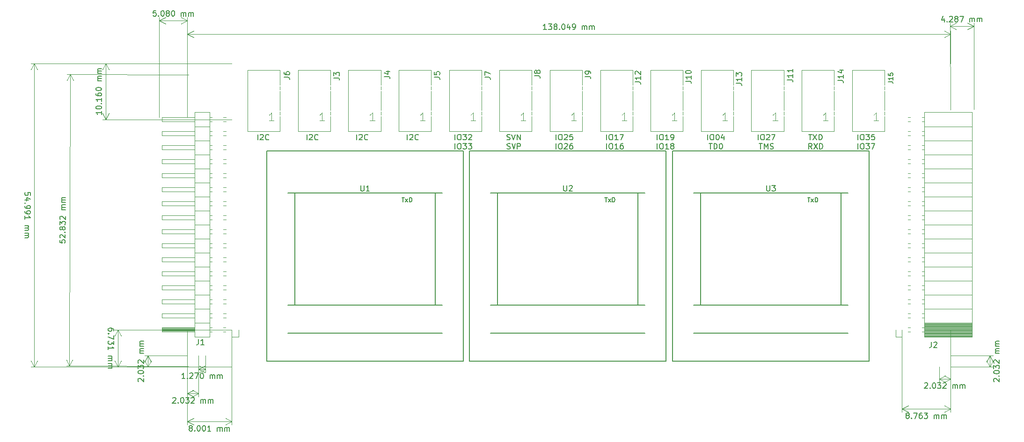
<source format=gto>
G04 #@! TF.GenerationSoftware,KiCad,Pcbnew,(5.1.5)-3*
G04 #@! TF.CreationDate,2020-02-06T21:26:36+01:00*
G04 #@! TF.ProjectId,wemos-baseplate,77656d6f-732d-4626-9173-65706c617465,rev?*
G04 #@! TF.SameCoordinates,Original*
G04 #@! TF.FileFunction,Legend,Top*
G04 #@! TF.FilePolarity,Positive*
%FSLAX46Y46*%
G04 Gerber Fmt 4.6, Leading zero omitted, Abs format (unit mm)*
G04 Created by KiCad (PCBNEW (5.1.5)-3) date 2020-02-06 21:26:36*
%MOMM*%
%LPD*%
G04 APERTURE LIST*
%ADD10C,0.150000*%
%ADD11C,0.120000*%
G04 APERTURE END LIST*
D10*
X67770761Y-128214380D02*
X67199333Y-128214380D01*
X67485047Y-128214380D02*
X67485047Y-127214380D01*
X67389809Y-127357238D01*
X67294571Y-127452476D01*
X67199333Y-127500095D01*
X68199333Y-128119142D02*
X68246952Y-128166761D01*
X68199333Y-128214380D01*
X68151714Y-128166761D01*
X68199333Y-128119142D01*
X68199333Y-128214380D01*
X68627904Y-127309619D02*
X68675523Y-127262000D01*
X68770761Y-127214380D01*
X69008857Y-127214380D01*
X69104095Y-127262000D01*
X69151714Y-127309619D01*
X69199333Y-127404857D01*
X69199333Y-127500095D01*
X69151714Y-127642952D01*
X68580285Y-128214380D01*
X69199333Y-128214380D01*
X69532666Y-127214380D02*
X70199333Y-127214380D01*
X69770761Y-128214380D01*
X70770761Y-127214380D02*
X70866000Y-127214380D01*
X70961238Y-127262000D01*
X71008857Y-127309619D01*
X71056476Y-127404857D01*
X71104095Y-127595333D01*
X71104095Y-127833428D01*
X71056476Y-128023904D01*
X71008857Y-128119142D01*
X70961238Y-128166761D01*
X70866000Y-128214380D01*
X70770761Y-128214380D01*
X70675523Y-128166761D01*
X70627904Y-128119142D01*
X70580285Y-128023904D01*
X70532666Y-127833428D01*
X70532666Y-127595333D01*
X70580285Y-127404857D01*
X70627904Y-127309619D01*
X70675523Y-127262000D01*
X70770761Y-127214380D01*
X72294571Y-128214380D02*
X72294571Y-127547714D01*
X72294571Y-127642952D02*
X72342190Y-127595333D01*
X72437428Y-127547714D01*
X72580285Y-127547714D01*
X72675523Y-127595333D01*
X72723142Y-127690571D01*
X72723142Y-128214380D01*
X72723142Y-127690571D02*
X72770761Y-127595333D01*
X72866000Y-127547714D01*
X73008857Y-127547714D01*
X73104095Y-127595333D01*
X73151714Y-127690571D01*
X73151714Y-128214380D01*
X73627904Y-128214380D02*
X73627904Y-127547714D01*
X73627904Y-127642952D02*
X73675523Y-127595333D01*
X73770761Y-127547714D01*
X73913619Y-127547714D01*
X74008857Y-127595333D01*
X74056476Y-127690571D01*
X74056476Y-128214380D01*
X74056476Y-127690571D02*
X74104095Y-127595333D01*
X74199333Y-127547714D01*
X74342190Y-127547714D01*
X74437428Y-127595333D01*
X74485047Y-127690571D01*
X74485047Y-128214380D01*
D11*
X70231000Y-126492000D02*
X71501000Y-126492000D01*
X70231000Y-124079000D02*
X70231000Y-127078421D01*
X71501000Y-124079000D02*
X71501000Y-127078421D01*
X71501000Y-126492000D02*
X70374496Y-127078421D01*
X71501000Y-126492000D02*
X70374496Y-125905579D01*
X70231000Y-126492000D02*
X71357504Y-127078421D01*
X70231000Y-126492000D02*
X71357504Y-125905579D01*
D10*
X45107943Y-103131092D02*
X45106799Y-103607281D01*
X45582873Y-103656045D01*
X45535369Y-103608312D01*
X45487979Y-103512959D01*
X45488551Y-103274865D01*
X45536399Y-103179741D01*
X45584133Y-103132237D01*
X45679485Y-103084847D01*
X45917579Y-103085419D01*
X46012703Y-103133267D01*
X46060207Y-103181001D01*
X46107597Y-103276353D01*
X46107025Y-103514447D01*
X46059177Y-103609571D01*
X46011444Y-103657075D01*
X45204211Y-102702751D02*
X45156707Y-102655018D01*
X45109317Y-102559665D01*
X45109889Y-102321571D01*
X45157737Y-102226447D01*
X45205471Y-102178943D01*
X45300823Y-102131553D01*
X45396061Y-102131782D01*
X45538803Y-102179744D01*
X46108856Y-102752545D01*
X46110344Y-102133499D01*
X46016137Y-101704700D02*
X46063870Y-101657195D01*
X46111375Y-101704929D01*
X46063641Y-101752433D01*
X46016137Y-101704700D01*
X46111375Y-101704929D01*
X45541436Y-101084509D02*
X45493588Y-101179633D01*
X45445855Y-101227137D01*
X45350502Y-101274527D01*
X45302883Y-101274413D01*
X45207760Y-101226565D01*
X45160256Y-101178831D01*
X45112866Y-101083479D01*
X45113323Y-100893004D01*
X45161171Y-100797880D01*
X45208905Y-100750376D01*
X45304257Y-100702986D01*
X45351876Y-100703100D01*
X45446999Y-100750948D01*
X45494504Y-100798681D01*
X45541894Y-100894034D01*
X45541436Y-101084509D01*
X45588826Y-101179862D01*
X45636330Y-101227595D01*
X45731454Y-101275443D01*
X45921929Y-101275901D01*
X46017281Y-101228511D01*
X46065015Y-101181006D01*
X46112863Y-101085883D01*
X46113321Y-100895407D01*
X46065931Y-100800055D01*
X46018426Y-100752322D01*
X45923303Y-100704474D01*
X45732827Y-100704016D01*
X45637475Y-100751406D01*
X45589741Y-100798910D01*
X45541894Y-100894034D01*
X45114583Y-100369195D02*
X45116071Y-99750150D01*
X45496221Y-100084398D01*
X45496564Y-99941541D01*
X45544412Y-99846418D01*
X45592145Y-99798913D01*
X45687498Y-99751523D01*
X45925592Y-99752096D01*
X46020716Y-99799943D01*
X46068220Y-99847677D01*
X46115610Y-99943029D01*
X46114923Y-100228743D01*
X46067075Y-100323866D01*
X46019342Y-100371370D01*
X45212224Y-99369427D02*
X45164720Y-99321694D01*
X45117330Y-99226342D01*
X45117902Y-98988247D01*
X45165750Y-98893124D01*
X45213483Y-98845619D01*
X45308836Y-98798229D01*
X45404074Y-98798458D01*
X45546816Y-98846421D01*
X46116869Y-99419221D01*
X46118357Y-98800175D01*
X46121219Y-97609703D02*
X45454554Y-97608100D01*
X45549792Y-97608329D02*
X45502288Y-97560596D01*
X45454898Y-97465243D01*
X45455241Y-97322387D01*
X45503089Y-97227263D01*
X45598441Y-97179873D01*
X46122249Y-97181132D01*
X45598441Y-97179873D02*
X45503318Y-97132025D01*
X45455928Y-97036673D01*
X45456271Y-96893816D01*
X45504119Y-96798693D01*
X45599471Y-96751303D01*
X46123279Y-96752562D01*
X46124424Y-96276373D02*
X45457759Y-96274771D01*
X45552997Y-96274999D02*
X45505493Y-96227266D01*
X45458103Y-96131914D01*
X45458446Y-95989057D01*
X45506294Y-95893934D01*
X45601646Y-95846544D01*
X46125454Y-95847803D01*
X45601646Y-95846544D02*
X45506523Y-95798696D01*
X45459133Y-95703344D01*
X45459476Y-95560487D01*
X45507324Y-95465364D01*
X45602676Y-95417974D01*
X46126484Y-95419233D01*
D11*
X46870757Y-125932425D02*
X46997757Y-73100425D01*
X68326000Y-125984000D02*
X46284338Y-125931015D01*
X68453000Y-73152000D02*
X46411338Y-73099015D01*
X46997757Y-73100425D02*
X47581468Y-74228335D01*
X46997757Y-73100425D02*
X46408630Y-74225516D01*
X46870757Y-125932425D02*
X47459884Y-124807334D01*
X46870757Y-125932425D02*
X46287046Y-124804515D01*
D10*
X52649380Y-79771428D02*
X52649380Y-80342857D01*
X52649380Y-80057142D02*
X51649380Y-80057142D01*
X51792238Y-80152380D01*
X51887476Y-80247619D01*
X51935095Y-80342857D01*
X51649380Y-79152380D02*
X51649380Y-79057142D01*
X51697000Y-78961904D01*
X51744619Y-78914285D01*
X51839857Y-78866666D01*
X52030333Y-78819047D01*
X52268428Y-78819047D01*
X52458904Y-78866666D01*
X52554142Y-78914285D01*
X52601761Y-78961904D01*
X52649380Y-79057142D01*
X52649380Y-79152380D01*
X52601761Y-79247619D01*
X52554142Y-79295238D01*
X52458904Y-79342857D01*
X52268428Y-79390476D01*
X52030333Y-79390476D01*
X51839857Y-79342857D01*
X51744619Y-79295238D01*
X51697000Y-79247619D01*
X51649380Y-79152380D01*
X52554142Y-78390476D02*
X52601761Y-78342857D01*
X52649380Y-78390476D01*
X52601761Y-78438095D01*
X52554142Y-78390476D01*
X52649380Y-78390476D01*
X52649380Y-77390476D02*
X52649380Y-77961904D01*
X52649380Y-77676190D02*
X51649380Y-77676190D01*
X51792238Y-77771428D01*
X51887476Y-77866666D01*
X51935095Y-77961904D01*
X51649380Y-76533333D02*
X51649380Y-76723809D01*
X51697000Y-76819047D01*
X51744619Y-76866666D01*
X51887476Y-76961904D01*
X52077952Y-77009523D01*
X52458904Y-77009523D01*
X52554142Y-76961904D01*
X52601761Y-76914285D01*
X52649380Y-76819047D01*
X52649380Y-76628571D01*
X52601761Y-76533333D01*
X52554142Y-76485714D01*
X52458904Y-76438095D01*
X52220809Y-76438095D01*
X52125571Y-76485714D01*
X52077952Y-76533333D01*
X52030333Y-76628571D01*
X52030333Y-76819047D01*
X52077952Y-76914285D01*
X52125571Y-76961904D01*
X52220809Y-77009523D01*
X51649380Y-75819047D02*
X51649380Y-75723809D01*
X51697000Y-75628571D01*
X51744619Y-75580952D01*
X51839857Y-75533333D01*
X52030333Y-75485714D01*
X52268428Y-75485714D01*
X52458904Y-75533333D01*
X52554142Y-75580952D01*
X52601761Y-75628571D01*
X52649380Y-75723809D01*
X52649380Y-75819047D01*
X52601761Y-75914285D01*
X52554142Y-75961904D01*
X52458904Y-76009523D01*
X52268428Y-76057142D01*
X52030333Y-76057142D01*
X51839857Y-76009523D01*
X51744619Y-75961904D01*
X51697000Y-75914285D01*
X51649380Y-75819047D01*
X52649380Y-74295238D02*
X51982714Y-74295238D01*
X52077952Y-74295238D02*
X52030333Y-74247619D01*
X51982714Y-74152380D01*
X51982714Y-74009523D01*
X52030333Y-73914285D01*
X52125571Y-73866666D01*
X52649380Y-73866666D01*
X52125571Y-73866666D02*
X52030333Y-73819047D01*
X51982714Y-73723809D01*
X51982714Y-73580952D01*
X52030333Y-73485714D01*
X52125571Y-73438095D01*
X52649380Y-73438095D01*
X52649380Y-72961904D02*
X51982714Y-72961904D01*
X52077952Y-72961904D02*
X52030333Y-72914285D01*
X51982714Y-72819047D01*
X51982714Y-72676190D01*
X52030333Y-72580952D01*
X52125571Y-72533333D01*
X52649380Y-72533333D01*
X52125571Y-72533333D02*
X52030333Y-72485714D01*
X51982714Y-72390476D01*
X51982714Y-72247619D01*
X52030333Y-72152380D01*
X52125571Y-72104761D01*
X52649380Y-72104761D01*
D11*
X53467000Y-81280000D02*
X53467000Y-71120000D01*
X76200000Y-81280000D02*
X52880579Y-81280000D01*
X76200000Y-71120000D02*
X52880579Y-71120000D01*
X53467000Y-71120000D02*
X54053421Y-72246504D01*
X53467000Y-71120000D02*
X52880579Y-72246504D01*
X53467000Y-81280000D02*
X54053421Y-80153496D01*
X53467000Y-81280000D02*
X52880579Y-80153496D01*
D10*
X54903619Y-119555023D02*
X54903619Y-119364547D01*
X54856000Y-119269309D01*
X54808380Y-119221690D01*
X54665523Y-119126452D01*
X54475047Y-119078833D01*
X54094095Y-119078833D01*
X53998857Y-119126452D01*
X53951238Y-119174071D01*
X53903619Y-119269309D01*
X53903619Y-119459785D01*
X53951238Y-119555023D01*
X53998857Y-119602642D01*
X54094095Y-119650261D01*
X54332190Y-119650261D01*
X54427428Y-119602642D01*
X54475047Y-119555023D01*
X54522666Y-119459785D01*
X54522666Y-119269309D01*
X54475047Y-119174071D01*
X54427428Y-119126452D01*
X54332190Y-119078833D01*
X53998857Y-120078833D02*
X53951238Y-120126452D01*
X53903619Y-120078833D01*
X53951238Y-120031214D01*
X53998857Y-120078833D01*
X53903619Y-120078833D01*
X54903619Y-120459785D02*
X54903619Y-121126452D01*
X53903619Y-120697880D01*
X54903619Y-121412166D02*
X54903619Y-122031214D01*
X54522666Y-121697880D01*
X54522666Y-121840738D01*
X54475047Y-121935976D01*
X54427428Y-121983595D01*
X54332190Y-122031214D01*
X54094095Y-122031214D01*
X53998857Y-121983595D01*
X53951238Y-121935976D01*
X53903619Y-121840738D01*
X53903619Y-121555023D01*
X53951238Y-121459785D01*
X53998857Y-121412166D01*
X53903619Y-122983595D02*
X53903619Y-122412166D01*
X53903619Y-122697880D02*
X54903619Y-122697880D01*
X54760761Y-122602642D01*
X54665523Y-122507404D01*
X54617904Y-122412166D01*
X53903619Y-124174071D02*
X54570285Y-124174071D01*
X54475047Y-124174071D02*
X54522666Y-124221690D01*
X54570285Y-124316928D01*
X54570285Y-124459785D01*
X54522666Y-124555023D01*
X54427428Y-124602642D01*
X53903619Y-124602642D01*
X54427428Y-124602642D02*
X54522666Y-124650261D01*
X54570285Y-124745500D01*
X54570285Y-124888357D01*
X54522666Y-124983595D01*
X54427428Y-125031214D01*
X53903619Y-125031214D01*
X53903619Y-125507404D02*
X54570285Y-125507404D01*
X54475047Y-125507404D02*
X54522666Y-125555023D01*
X54570285Y-125650261D01*
X54570285Y-125793119D01*
X54522666Y-125888357D01*
X54427428Y-125935976D01*
X53903619Y-125935976D01*
X54427428Y-125935976D02*
X54522666Y-125983595D01*
X54570285Y-126078833D01*
X54570285Y-126221690D01*
X54522666Y-126316928D01*
X54427428Y-126364547D01*
X53903619Y-126364547D01*
D11*
X55626000Y-119380000D02*
X55626000Y-126111000D01*
X76200000Y-119380000D02*
X55039579Y-119380000D01*
X76200000Y-126111000D02*
X55039579Y-126111000D01*
X55626000Y-126111000D02*
X55039579Y-124984496D01*
X55626000Y-126111000D02*
X56212421Y-124984496D01*
X55626000Y-119380000D02*
X55039579Y-120506504D01*
X55626000Y-119380000D02*
X56212421Y-120506504D01*
D10*
X198390309Y-134881952D02*
X198295071Y-134834333D01*
X198247452Y-134786714D01*
X198199833Y-134691476D01*
X198199833Y-134643857D01*
X198247452Y-134548619D01*
X198295071Y-134501000D01*
X198390309Y-134453380D01*
X198580785Y-134453380D01*
X198676023Y-134501000D01*
X198723642Y-134548619D01*
X198771261Y-134643857D01*
X198771261Y-134691476D01*
X198723642Y-134786714D01*
X198676023Y-134834333D01*
X198580785Y-134881952D01*
X198390309Y-134881952D01*
X198295071Y-134929571D01*
X198247452Y-134977190D01*
X198199833Y-135072428D01*
X198199833Y-135262904D01*
X198247452Y-135358142D01*
X198295071Y-135405761D01*
X198390309Y-135453380D01*
X198580785Y-135453380D01*
X198676023Y-135405761D01*
X198723642Y-135358142D01*
X198771261Y-135262904D01*
X198771261Y-135072428D01*
X198723642Y-134977190D01*
X198676023Y-134929571D01*
X198580785Y-134881952D01*
X199199833Y-135358142D02*
X199247452Y-135405761D01*
X199199833Y-135453380D01*
X199152214Y-135405761D01*
X199199833Y-135358142D01*
X199199833Y-135453380D01*
X199580785Y-134453380D02*
X200247452Y-134453380D01*
X199818880Y-135453380D01*
X201056976Y-134453380D02*
X200866500Y-134453380D01*
X200771261Y-134501000D01*
X200723642Y-134548619D01*
X200628404Y-134691476D01*
X200580785Y-134881952D01*
X200580785Y-135262904D01*
X200628404Y-135358142D01*
X200676023Y-135405761D01*
X200771261Y-135453380D01*
X200961738Y-135453380D01*
X201056976Y-135405761D01*
X201104595Y-135358142D01*
X201152214Y-135262904D01*
X201152214Y-135024809D01*
X201104595Y-134929571D01*
X201056976Y-134881952D01*
X200961738Y-134834333D01*
X200771261Y-134834333D01*
X200676023Y-134881952D01*
X200628404Y-134929571D01*
X200580785Y-135024809D01*
X201485547Y-134453380D02*
X202104595Y-134453380D01*
X201771261Y-134834333D01*
X201914119Y-134834333D01*
X202009357Y-134881952D01*
X202056976Y-134929571D01*
X202104595Y-135024809D01*
X202104595Y-135262904D01*
X202056976Y-135358142D01*
X202009357Y-135405761D01*
X201914119Y-135453380D01*
X201628404Y-135453380D01*
X201533166Y-135405761D01*
X201485547Y-135358142D01*
X203295071Y-135453380D02*
X203295071Y-134786714D01*
X203295071Y-134881952D02*
X203342690Y-134834333D01*
X203437928Y-134786714D01*
X203580785Y-134786714D01*
X203676023Y-134834333D01*
X203723642Y-134929571D01*
X203723642Y-135453380D01*
X203723642Y-134929571D02*
X203771261Y-134834333D01*
X203866500Y-134786714D01*
X204009357Y-134786714D01*
X204104595Y-134834333D01*
X204152214Y-134929571D01*
X204152214Y-135453380D01*
X204628404Y-135453380D02*
X204628404Y-134786714D01*
X204628404Y-134881952D02*
X204676023Y-134834333D01*
X204771261Y-134786714D01*
X204914119Y-134786714D01*
X205009357Y-134834333D01*
X205056976Y-134929571D01*
X205056976Y-135453380D01*
X205056976Y-134929571D02*
X205104595Y-134834333D01*
X205199833Y-134786714D01*
X205342690Y-134786714D01*
X205437928Y-134834333D01*
X205485547Y-134929571D01*
X205485547Y-135453380D01*
D11*
X197485000Y-133731000D02*
X206248000Y-133731000D01*
X197485000Y-119380000D02*
X197485000Y-134317421D01*
X206248000Y-119380000D02*
X206248000Y-134317421D01*
X206248000Y-133731000D02*
X205121496Y-134317421D01*
X206248000Y-133731000D02*
X205121496Y-133144579D01*
X197485000Y-133731000D02*
X198611504Y-134317421D01*
X197485000Y-133731000D02*
X198611504Y-133144579D01*
D10*
X68723309Y-137167952D02*
X68628071Y-137120333D01*
X68580452Y-137072714D01*
X68532833Y-136977476D01*
X68532833Y-136929857D01*
X68580452Y-136834619D01*
X68628071Y-136787000D01*
X68723309Y-136739380D01*
X68913785Y-136739380D01*
X69009023Y-136787000D01*
X69056642Y-136834619D01*
X69104261Y-136929857D01*
X69104261Y-136977476D01*
X69056642Y-137072714D01*
X69009023Y-137120333D01*
X68913785Y-137167952D01*
X68723309Y-137167952D01*
X68628071Y-137215571D01*
X68580452Y-137263190D01*
X68532833Y-137358428D01*
X68532833Y-137548904D01*
X68580452Y-137644142D01*
X68628071Y-137691761D01*
X68723309Y-137739380D01*
X68913785Y-137739380D01*
X69009023Y-137691761D01*
X69056642Y-137644142D01*
X69104261Y-137548904D01*
X69104261Y-137358428D01*
X69056642Y-137263190D01*
X69009023Y-137215571D01*
X68913785Y-137167952D01*
X69532833Y-137644142D02*
X69580452Y-137691761D01*
X69532833Y-137739380D01*
X69485214Y-137691761D01*
X69532833Y-137644142D01*
X69532833Y-137739380D01*
X70199500Y-136739380D02*
X70294738Y-136739380D01*
X70389976Y-136787000D01*
X70437595Y-136834619D01*
X70485214Y-136929857D01*
X70532833Y-137120333D01*
X70532833Y-137358428D01*
X70485214Y-137548904D01*
X70437595Y-137644142D01*
X70389976Y-137691761D01*
X70294738Y-137739380D01*
X70199500Y-137739380D01*
X70104261Y-137691761D01*
X70056642Y-137644142D01*
X70009023Y-137548904D01*
X69961404Y-137358428D01*
X69961404Y-137120333D01*
X70009023Y-136929857D01*
X70056642Y-136834619D01*
X70104261Y-136787000D01*
X70199500Y-136739380D01*
X71151880Y-136739380D02*
X71247119Y-136739380D01*
X71342357Y-136787000D01*
X71389976Y-136834619D01*
X71437595Y-136929857D01*
X71485214Y-137120333D01*
X71485214Y-137358428D01*
X71437595Y-137548904D01*
X71389976Y-137644142D01*
X71342357Y-137691761D01*
X71247119Y-137739380D01*
X71151880Y-137739380D01*
X71056642Y-137691761D01*
X71009023Y-137644142D01*
X70961404Y-137548904D01*
X70913785Y-137358428D01*
X70913785Y-137120333D01*
X70961404Y-136929857D01*
X71009023Y-136834619D01*
X71056642Y-136787000D01*
X71151880Y-136739380D01*
X72437595Y-137739380D02*
X71866166Y-137739380D01*
X72151880Y-137739380D02*
X72151880Y-136739380D01*
X72056642Y-136882238D01*
X71961404Y-136977476D01*
X71866166Y-137025095D01*
X73628071Y-137739380D02*
X73628071Y-137072714D01*
X73628071Y-137167952D02*
X73675690Y-137120333D01*
X73770928Y-137072714D01*
X73913785Y-137072714D01*
X74009023Y-137120333D01*
X74056642Y-137215571D01*
X74056642Y-137739380D01*
X74056642Y-137215571D02*
X74104261Y-137120333D01*
X74199500Y-137072714D01*
X74342357Y-137072714D01*
X74437595Y-137120333D01*
X74485214Y-137215571D01*
X74485214Y-137739380D01*
X74961404Y-137739380D02*
X74961404Y-137072714D01*
X74961404Y-137167952D02*
X75009023Y-137120333D01*
X75104261Y-137072714D01*
X75247119Y-137072714D01*
X75342357Y-137120333D01*
X75389976Y-137215571D01*
X75389976Y-137739380D01*
X75389976Y-137215571D02*
X75437595Y-137120333D01*
X75532833Y-137072714D01*
X75675690Y-137072714D01*
X75770928Y-137120333D01*
X75818547Y-137215571D01*
X75818547Y-137739380D01*
D11*
X76200000Y-136017000D02*
X68199000Y-136017000D01*
X76200000Y-119380000D02*
X76200000Y-136603421D01*
X68199000Y-119380000D02*
X68199000Y-136603421D01*
X68199000Y-136017000D02*
X69325504Y-135430579D01*
X68199000Y-136017000D02*
X69325504Y-136603421D01*
X76200000Y-136017000D02*
X75073496Y-135430579D01*
X76200000Y-136017000D02*
X75073496Y-136603421D01*
D10*
X214177619Y-128761666D02*
X214130000Y-128714047D01*
X214082380Y-128618809D01*
X214082380Y-128380714D01*
X214130000Y-128285476D01*
X214177619Y-128237857D01*
X214272857Y-128190238D01*
X214368095Y-128190238D01*
X214510952Y-128237857D01*
X215082380Y-128809285D01*
X215082380Y-128190238D01*
X214987142Y-127761666D02*
X215034761Y-127714047D01*
X215082380Y-127761666D01*
X215034761Y-127809285D01*
X214987142Y-127761666D01*
X215082380Y-127761666D01*
X214082380Y-127095000D02*
X214082380Y-126999761D01*
X214130000Y-126904523D01*
X214177619Y-126856904D01*
X214272857Y-126809285D01*
X214463333Y-126761666D01*
X214701428Y-126761666D01*
X214891904Y-126809285D01*
X214987142Y-126856904D01*
X215034761Y-126904523D01*
X215082380Y-126999761D01*
X215082380Y-127095000D01*
X215034761Y-127190238D01*
X214987142Y-127237857D01*
X214891904Y-127285476D01*
X214701428Y-127333095D01*
X214463333Y-127333095D01*
X214272857Y-127285476D01*
X214177619Y-127237857D01*
X214130000Y-127190238D01*
X214082380Y-127095000D01*
X214082380Y-126428333D02*
X214082380Y-125809285D01*
X214463333Y-126142619D01*
X214463333Y-125999761D01*
X214510952Y-125904523D01*
X214558571Y-125856904D01*
X214653809Y-125809285D01*
X214891904Y-125809285D01*
X214987142Y-125856904D01*
X215034761Y-125904523D01*
X215082380Y-125999761D01*
X215082380Y-126285476D01*
X215034761Y-126380714D01*
X214987142Y-126428333D01*
X214177619Y-125428333D02*
X214130000Y-125380714D01*
X214082380Y-125285476D01*
X214082380Y-125047380D01*
X214130000Y-124952142D01*
X214177619Y-124904523D01*
X214272857Y-124856904D01*
X214368095Y-124856904D01*
X214510952Y-124904523D01*
X215082380Y-125475952D01*
X215082380Y-124856904D01*
X215082380Y-123666428D02*
X214415714Y-123666428D01*
X214510952Y-123666428D02*
X214463333Y-123618809D01*
X214415714Y-123523571D01*
X214415714Y-123380714D01*
X214463333Y-123285476D01*
X214558571Y-123237857D01*
X215082380Y-123237857D01*
X214558571Y-123237857D02*
X214463333Y-123190238D01*
X214415714Y-123095000D01*
X214415714Y-122952142D01*
X214463333Y-122856904D01*
X214558571Y-122809285D01*
X215082380Y-122809285D01*
X215082380Y-122333095D02*
X214415714Y-122333095D01*
X214510952Y-122333095D02*
X214463333Y-122285476D01*
X214415714Y-122190238D01*
X214415714Y-122047380D01*
X214463333Y-121952142D01*
X214558571Y-121904523D01*
X215082380Y-121904523D01*
X214558571Y-121904523D02*
X214463333Y-121856904D01*
X214415714Y-121761666D01*
X214415714Y-121618809D01*
X214463333Y-121523571D01*
X214558571Y-121475952D01*
X215082380Y-121475952D01*
D11*
X213360000Y-126111000D02*
X213360000Y-124079000D01*
X206248000Y-126111000D02*
X213946421Y-126111000D01*
X206248000Y-124079000D02*
X213946421Y-124079000D01*
X213360000Y-124079000D02*
X213946421Y-125205504D01*
X213360000Y-124079000D02*
X212773579Y-125205504D01*
X213360000Y-126111000D02*
X213946421Y-124984496D01*
X213360000Y-126111000D02*
X212773579Y-124984496D01*
D10*
X201565333Y-129087619D02*
X201612952Y-129040000D01*
X201708190Y-128992380D01*
X201946285Y-128992380D01*
X202041523Y-129040000D01*
X202089142Y-129087619D01*
X202136761Y-129182857D01*
X202136761Y-129278095D01*
X202089142Y-129420952D01*
X201517714Y-129992380D01*
X202136761Y-129992380D01*
X202565333Y-129897142D02*
X202612952Y-129944761D01*
X202565333Y-129992380D01*
X202517714Y-129944761D01*
X202565333Y-129897142D01*
X202565333Y-129992380D01*
X203232000Y-128992380D02*
X203327238Y-128992380D01*
X203422476Y-129040000D01*
X203470095Y-129087619D01*
X203517714Y-129182857D01*
X203565333Y-129373333D01*
X203565333Y-129611428D01*
X203517714Y-129801904D01*
X203470095Y-129897142D01*
X203422476Y-129944761D01*
X203327238Y-129992380D01*
X203232000Y-129992380D01*
X203136761Y-129944761D01*
X203089142Y-129897142D01*
X203041523Y-129801904D01*
X202993904Y-129611428D01*
X202993904Y-129373333D01*
X203041523Y-129182857D01*
X203089142Y-129087619D01*
X203136761Y-129040000D01*
X203232000Y-128992380D01*
X203898666Y-128992380D02*
X204517714Y-128992380D01*
X204184380Y-129373333D01*
X204327238Y-129373333D01*
X204422476Y-129420952D01*
X204470095Y-129468571D01*
X204517714Y-129563809D01*
X204517714Y-129801904D01*
X204470095Y-129897142D01*
X204422476Y-129944761D01*
X204327238Y-129992380D01*
X204041523Y-129992380D01*
X203946285Y-129944761D01*
X203898666Y-129897142D01*
X204898666Y-129087619D02*
X204946285Y-129040000D01*
X205041523Y-128992380D01*
X205279619Y-128992380D01*
X205374857Y-129040000D01*
X205422476Y-129087619D01*
X205470095Y-129182857D01*
X205470095Y-129278095D01*
X205422476Y-129420952D01*
X204851047Y-129992380D01*
X205470095Y-129992380D01*
X206660571Y-129992380D02*
X206660571Y-129325714D01*
X206660571Y-129420952D02*
X206708190Y-129373333D01*
X206803428Y-129325714D01*
X206946285Y-129325714D01*
X207041523Y-129373333D01*
X207089142Y-129468571D01*
X207089142Y-129992380D01*
X207089142Y-129468571D02*
X207136761Y-129373333D01*
X207232000Y-129325714D01*
X207374857Y-129325714D01*
X207470095Y-129373333D01*
X207517714Y-129468571D01*
X207517714Y-129992380D01*
X207993904Y-129992380D02*
X207993904Y-129325714D01*
X207993904Y-129420952D02*
X208041523Y-129373333D01*
X208136761Y-129325714D01*
X208279619Y-129325714D01*
X208374857Y-129373333D01*
X208422476Y-129468571D01*
X208422476Y-129992380D01*
X208422476Y-129468571D02*
X208470095Y-129373333D01*
X208565333Y-129325714D01*
X208708190Y-129325714D01*
X208803428Y-129373333D01*
X208851047Y-129468571D01*
X208851047Y-129992380D01*
D11*
X206248000Y-128270000D02*
X204216000Y-128270000D01*
X206248000Y-126111000D02*
X206248000Y-128856421D01*
X204216000Y-126111000D02*
X204216000Y-128856421D01*
X204216000Y-128270000D02*
X205342504Y-127683579D01*
X204216000Y-128270000D02*
X205342504Y-128856421D01*
X206248000Y-128270000D02*
X205121496Y-127683579D01*
X206248000Y-128270000D02*
X205121496Y-128856421D01*
D10*
X65548333Y-131754619D02*
X65595952Y-131707000D01*
X65691190Y-131659380D01*
X65929285Y-131659380D01*
X66024523Y-131707000D01*
X66072142Y-131754619D01*
X66119761Y-131849857D01*
X66119761Y-131945095D01*
X66072142Y-132087952D01*
X65500714Y-132659380D01*
X66119761Y-132659380D01*
X66548333Y-132564142D02*
X66595952Y-132611761D01*
X66548333Y-132659380D01*
X66500714Y-132611761D01*
X66548333Y-132564142D01*
X66548333Y-132659380D01*
X67215000Y-131659380D02*
X67310238Y-131659380D01*
X67405476Y-131707000D01*
X67453095Y-131754619D01*
X67500714Y-131849857D01*
X67548333Y-132040333D01*
X67548333Y-132278428D01*
X67500714Y-132468904D01*
X67453095Y-132564142D01*
X67405476Y-132611761D01*
X67310238Y-132659380D01*
X67215000Y-132659380D01*
X67119761Y-132611761D01*
X67072142Y-132564142D01*
X67024523Y-132468904D01*
X66976904Y-132278428D01*
X66976904Y-132040333D01*
X67024523Y-131849857D01*
X67072142Y-131754619D01*
X67119761Y-131707000D01*
X67215000Y-131659380D01*
X67881666Y-131659380D02*
X68500714Y-131659380D01*
X68167380Y-132040333D01*
X68310238Y-132040333D01*
X68405476Y-132087952D01*
X68453095Y-132135571D01*
X68500714Y-132230809D01*
X68500714Y-132468904D01*
X68453095Y-132564142D01*
X68405476Y-132611761D01*
X68310238Y-132659380D01*
X68024523Y-132659380D01*
X67929285Y-132611761D01*
X67881666Y-132564142D01*
X68881666Y-131754619D02*
X68929285Y-131707000D01*
X69024523Y-131659380D01*
X69262619Y-131659380D01*
X69357857Y-131707000D01*
X69405476Y-131754619D01*
X69453095Y-131849857D01*
X69453095Y-131945095D01*
X69405476Y-132087952D01*
X68834047Y-132659380D01*
X69453095Y-132659380D01*
X70643571Y-132659380D02*
X70643571Y-131992714D01*
X70643571Y-132087952D02*
X70691190Y-132040333D01*
X70786428Y-131992714D01*
X70929285Y-131992714D01*
X71024523Y-132040333D01*
X71072142Y-132135571D01*
X71072142Y-132659380D01*
X71072142Y-132135571D02*
X71119761Y-132040333D01*
X71215000Y-131992714D01*
X71357857Y-131992714D01*
X71453095Y-132040333D01*
X71500714Y-132135571D01*
X71500714Y-132659380D01*
X71976904Y-132659380D02*
X71976904Y-131992714D01*
X71976904Y-132087952D02*
X72024523Y-132040333D01*
X72119761Y-131992714D01*
X72262619Y-131992714D01*
X72357857Y-132040333D01*
X72405476Y-132135571D01*
X72405476Y-132659380D01*
X72405476Y-132135571D02*
X72453095Y-132040333D01*
X72548333Y-131992714D01*
X72691190Y-131992714D01*
X72786428Y-132040333D01*
X72834047Y-132135571D01*
X72834047Y-132659380D01*
D11*
X68199000Y-130937000D02*
X70231000Y-130937000D01*
X68199000Y-126238000D02*
X68199000Y-131523421D01*
X70231000Y-126238000D02*
X70231000Y-131523421D01*
X70231000Y-130937000D02*
X69104496Y-131523421D01*
X70231000Y-130937000D02*
X69104496Y-130350579D01*
X68199000Y-130937000D02*
X69325504Y-131523421D01*
X68199000Y-130937000D02*
X69325504Y-130350579D01*
D10*
X59364619Y-128761666D02*
X59317000Y-128714047D01*
X59269380Y-128618809D01*
X59269380Y-128380714D01*
X59317000Y-128285476D01*
X59364619Y-128237857D01*
X59459857Y-128190238D01*
X59555095Y-128190238D01*
X59697952Y-128237857D01*
X60269380Y-128809285D01*
X60269380Y-128190238D01*
X60174142Y-127761666D02*
X60221761Y-127714047D01*
X60269380Y-127761666D01*
X60221761Y-127809285D01*
X60174142Y-127761666D01*
X60269380Y-127761666D01*
X59269380Y-127095000D02*
X59269380Y-126999761D01*
X59317000Y-126904523D01*
X59364619Y-126856904D01*
X59459857Y-126809285D01*
X59650333Y-126761666D01*
X59888428Y-126761666D01*
X60078904Y-126809285D01*
X60174142Y-126856904D01*
X60221761Y-126904523D01*
X60269380Y-126999761D01*
X60269380Y-127095000D01*
X60221761Y-127190238D01*
X60174142Y-127237857D01*
X60078904Y-127285476D01*
X59888428Y-127333095D01*
X59650333Y-127333095D01*
X59459857Y-127285476D01*
X59364619Y-127237857D01*
X59317000Y-127190238D01*
X59269380Y-127095000D01*
X59269380Y-126428333D02*
X59269380Y-125809285D01*
X59650333Y-126142619D01*
X59650333Y-125999761D01*
X59697952Y-125904523D01*
X59745571Y-125856904D01*
X59840809Y-125809285D01*
X60078904Y-125809285D01*
X60174142Y-125856904D01*
X60221761Y-125904523D01*
X60269380Y-125999761D01*
X60269380Y-126285476D01*
X60221761Y-126380714D01*
X60174142Y-126428333D01*
X59364619Y-125428333D02*
X59317000Y-125380714D01*
X59269380Y-125285476D01*
X59269380Y-125047380D01*
X59317000Y-124952142D01*
X59364619Y-124904523D01*
X59459857Y-124856904D01*
X59555095Y-124856904D01*
X59697952Y-124904523D01*
X60269380Y-125475952D01*
X60269380Y-124856904D01*
X60269380Y-123666428D02*
X59602714Y-123666428D01*
X59697952Y-123666428D02*
X59650333Y-123618809D01*
X59602714Y-123523571D01*
X59602714Y-123380714D01*
X59650333Y-123285476D01*
X59745571Y-123237857D01*
X60269380Y-123237857D01*
X59745571Y-123237857D02*
X59650333Y-123190238D01*
X59602714Y-123095000D01*
X59602714Y-122952142D01*
X59650333Y-122856904D01*
X59745571Y-122809285D01*
X60269380Y-122809285D01*
X60269380Y-122333095D02*
X59602714Y-122333095D01*
X59697952Y-122333095D02*
X59650333Y-122285476D01*
X59602714Y-122190238D01*
X59602714Y-122047380D01*
X59650333Y-121952142D01*
X59745571Y-121904523D01*
X60269380Y-121904523D01*
X59745571Y-121904523D02*
X59650333Y-121856904D01*
X59602714Y-121761666D01*
X59602714Y-121618809D01*
X59650333Y-121523571D01*
X59745571Y-121475952D01*
X60269380Y-121475952D01*
D11*
X61087000Y-126111000D02*
X61087000Y-124079000D01*
X68199000Y-126111000D02*
X60500579Y-126111000D01*
X68199000Y-124079000D02*
X60500579Y-124079000D01*
X61087000Y-124079000D02*
X61673421Y-125205504D01*
X61087000Y-124079000D02*
X60500579Y-125205504D01*
X61087000Y-126111000D02*
X61673421Y-124984496D01*
X61087000Y-126111000D02*
X60500579Y-124984496D01*
D10*
X39790620Y-94996452D02*
X39790620Y-94520261D01*
X39314429Y-94472642D01*
X39362048Y-94520261D01*
X39409667Y-94615500D01*
X39409667Y-94853595D01*
X39362048Y-94948833D01*
X39314429Y-94996452D01*
X39219191Y-95044071D01*
X38981096Y-95044071D01*
X38885858Y-94996452D01*
X38838239Y-94948833D01*
X38790620Y-94853595D01*
X38790620Y-94615500D01*
X38838239Y-94520261D01*
X38885858Y-94472642D01*
X39457286Y-95901214D02*
X38790620Y-95901214D01*
X39838239Y-95663119D02*
X39123953Y-95425023D01*
X39123953Y-96044071D01*
X38885858Y-96425023D02*
X38838239Y-96472642D01*
X38790620Y-96425023D01*
X38838239Y-96377404D01*
X38885858Y-96425023D01*
X38790620Y-96425023D01*
X38790620Y-96948833D02*
X38790620Y-97139309D01*
X38838239Y-97234547D01*
X38885858Y-97282166D01*
X39028715Y-97377404D01*
X39219191Y-97425023D01*
X39600143Y-97425023D01*
X39695381Y-97377404D01*
X39743001Y-97329785D01*
X39790620Y-97234547D01*
X39790620Y-97044071D01*
X39743001Y-96948833D01*
X39695381Y-96901214D01*
X39600143Y-96853595D01*
X39362048Y-96853595D01*
X39266810Y-96901214D01*
X39219191Y-96948833D01*
X39171572Y-97044071D01*
X39171572Y-97234547D01*
X39219191Y-97329785D01*
X39266810Y-97377404D01*
X39362048Y-97425023D01*
X38790620Y-97901214D02*
X38790620Y-98091690D01*
X38838239Y-98186928D01*
X38885858Y-98234547D01*
X39028715Y-98329785D01*
X39219191Y-98377404D01*
X39600143Y-98377404D01*
X39695381Y-98329785D01*
X39743001Y-98282166D01*
X39790620Y-98186928D01*
X39790620Y-97996452D01*
X39743001Y-97901214D01*
X39695381Y-97853595D01*
X39600143Y-97805976D01*
X39362048Y-97805976D01*
X39266810Y-97853595D01*
X39219191Y-97901214D01*
X39171572Y-97996452D01*
X39171572Y-98186928D01*
X39219191Y-98282166D01*
X39266810Y-98329785D01*
X39362048Y-98377404D01*
X38790620Y-99329785D02*
X38790620Y-98758357D01*
X38790620Y-99044071D02*
X39790620Y-99044071D01*
X39647762Y-98948833D01*
X39552524Y-98853595D01*
X39504905Y-98758357D01*
X38790620Y-100520261D02*
X39457286Y-100520261D01*
X39362048Y-100520261D02*
X39409667Y-100567880D01*
X39457286Y-100663119D01*
X39457286Y-100805976D01*
X39409667Y-100901214D01*
X39314429Y-100948833D01*
X38790620Y-100948833D01*
X39314429Y-100948833D02*
X39409667Y-100996452D01*
X39457286Y-101091690D01*
X39457286Y-101234547D01*
X39409667Y-101329785D01*
X39314429Y-101377404D01*
X38790620Y-101377404D01*
X38790620Y-101853595D02*
X39457286Y-101853595D01*
X39362048Y-101853595D02*
X39409667Y-101901214D01*
X39457286Y-101996452D01*
X39457286Y-102139309D01*
X39409667Y-102234547D01*
X39314429Y-102282166D01*
X38790620Y-102282166D01*
X39314429Y-102282166D02*
X39409667Y-102329785D01*
X39457286Y-102425023D01*
X39457286Y-102567880D01*
X39409667Y-102663119D01*
X39314429Y-102710738D01*
X38790620Y-102710738D01*
D11*
X40513001Y-71120000D02*
X40513001Y-126111000D01*
X68199000Y-71120000D02*
X39926580Y-71120000D01*
X68199000Y-126111000D02*
X39926580Y-126111000D01*
X40513001Y-126111000D02*
X39926580Y-124984496D01*
X40513001Y-126111000D02*
X41099422Y-124984496D01*
X40513001Y-71120000D02*
X39926580Y-72246504D01*
X40513001Y-71120000D02*
X41099422Y-72246504D01*
D10*
X62516142Y-61555380D02*
X62039952Y-61555380D01*
X61992333Y-62031571D01*
X62039952Y-61983952D01*
X62135190Y-61936333D01*
X62373285Y-61936333D01*
X62468523Y-61983952D01*
X62516142Y-62031571D01*
X62563761Y-62126809D01*
X62563761Y-62364904D01*
X62516142Y-62460142D01*
X62468523Y-62507761D01*
X62373285Y-62555380D01*
X62135190Y-62555380D01*
X62039952Y-62507761D01*
X61992333Y-62460142D01*
X62992333Y-62460142D02*
X63039952Y-62507761D01*
X62992333Y-62555380D01*
X62944714Y-62507761D01*
X62992333Y-62460142D01*
X62992333Y-62555380D01*
X63659000Y-61555380D02*
X63754238Y-61555380D01*
X63849476Y-61603000D01*
X63897095Y-61650619D01*
X63944714Y-61745857D01*
X63992333Y-61936333D01*
X63992333Y-62174428D01*
X63944714Y-62364904D01*
X63897095Y-62460142D01*
X63849476Y-62507761D01*
X63754238Y-62555380D01*
X63659000Y-62555380D01*
X63563761Y-62507761D01*
X63516142Y-62460142D01*
X63468523Y-62364904D01*
X63420904Y-62174428D01*
X63420904Y-61936333D01*
X63468523Y-61745857D01*
X63516142Y-61650619D01*
X63563761Y-61603000D01*
X63659000Y-61555380D01*
X64563761Y-61983952D02*
X64468523Y-61936333D01*
X64420904Y-61888714D01*
X64373285Y-61793476D01*
X64373285Y-61745857D01*
X64420904Y-61650619D01*
X64468523Y-61603000D01*
X64563761Y-61555380D01*
X64754238Y-61555380D01*
X64849476Y-61603000D01*
X64897095Y-61650619D01*
X64944714Y-61745857D01*
X64944714Y-61793476D01*
X64897095Y-61888714D01*
X64849476Y-61936333D01*
X64754238Y-61983952D01*
X64563761Y-61983952D01*
X64468523Y-62031571D01*
X64420904Y-62079190D01*
X64373285Y-62174428D01*
X64373285Y-62364904D01*
X64420904Y-62460142D01*
X64468523Y-62507761D01*
X64563761Y-62555380D01*
X64754238Y-62555380D01*
X64849476Y-62507761D01*
X64897095Y-62460142D01*
X64944714Y-62364904D01*
X64944714Y-62174428D01*
X64897095Y-62079190D01*
X64849476Y-62031571D01*
X64754238Y-61983952D01*
X65563761Y-61555380D02*
X65659000Y-61555380D01*
X65754238Y-61603000D01*
X65801857Y-61650619D01*
X65849476Y-61745857D01*
X65897095Y-61936333D01*
X65897095Y-62174428D01*
X65849476Y-62364904D01*
X65801857Y-62460142D01*
X65754238Y-62507761D01*
X65659000Y-62555380D01*
X65563761Y-62555380D01*
X65468523Y-62507761D01*
X65420904Y-62460142D01*
X65373285Y-62364904D01*
X65325666Y-62174428D01*
X65325666Y-61936333D01*
X65373285Y-61745857D01*
X65420904Y-61650619D01*
X65468523Y-61603000D01*
X65563761Y-61555380D01*
X67087571Y-62555380D02*
X67087571Y-61888714D01*
X67087571Y-61983952D02*
X67135190Y-61936333D01*
X67230428Y-61888714D01*
X67373285Y-61888714D01*
X67468523Y-61936333D01*
X67516142Y-62031571D01*
X67516142Y-62555380D01*
X67516142Y-62031571D02*
X67563761Y-61936333D01*
X67659000Y-61888714D01*
X67801857Y-61888714D01*
X67897095Y-61936333D01*
X67944714Y-62031571D01*
X67944714Y-62555380D01*
X68420904Y-62555380D02*
X68420904Y-61888714D01*
X68420904Y-61983952D02*
X68468523Y-61936333D01*
X68563761Y-61888714D01*
X68706619Y-61888714D01*
X68801857Y-61936333D01*
X68849476Y-62031571D01*
X68849476Y-62555380D01*
X68849476Y-62031571D02*
X68897095Y-61936333D01*
X68992333Y-61888714D01*
X69135190Y-61888714D01*
X69230428Y-61936333D01*
X69278047Y-62031571D01*
X69278047Y-62555380D01*
D11*
X68199000Y-63373000D02*
X63119000Y-63373000D01*
X68199000Y-80899000D02*
X68199000Y-62786579D01*
X63119000Y-80899000D02*
X63119000Y-62786579D01*
X63119000Y-63373000D02*
X64245504Y-62786579D01*
X63119000Y-63373000D02*
X64245504Y-63959421D01*
X68199000Y-63373000D02*
X67072496Y-62786579D01*
X68199000Y-63373000D02*
X67072496Y-63959421D01*
D10*
X205115958Y-62922887D02*
X205119379Y-63589545D01*
X204875911Y-62543162D02*
X204641484Y-63258660D01*
X205260524Y-63255483D01*
X205642693Y-63491620D02*
X205690555Y-63538994D01*
X205643181Y-63586857D01*
X205595319Y-63539483D01*
X205642693Y-63491620D01*
X205643181Y-63586857D01*
X206067104Y-62679908D02*
X206114478Y-62632045D01*
X206209471Y-62583938D01*
X206447563Y-62582716D01*
X206543044Y-62629846D01*
X206590907Y-62677220D01*
X206639014Y-62772212D01*
X206639503Y-62867449D01*
X206592617Y-63010549D01*
X206024129Y-63584902D01*
X206643168Y-63581725D01*
X207211657Y-63007372D02*
X207116176Y-62960242D01*
X207068313Y-62912868D01*
X207020206Y-62817876D01*
X207019961Y-62770257D01*
X207067091Y-62674776D01*
X207114465Y-62626913D01*
X207209458Y-62578806D01*
X207399931Y-62577829D01*
X207495412Y-62624958D01*
X207543275Y-62672332D01*
X207591382Y-62767325D01*
X207591627Y-62814943D01*
X207544497Y-62910424D01*
X207497123Y-62958287D01*
X207402131Y-63006394D01*
X207211657Y-63007372D01*
X207116664Y-63055479D01*
X207069290Y-63103342D01*
X207022161Y-63198823D01*
X207023138Y-63389297D01*
X207071245Y-63484289D01*
X207119108Y-63531663D01*
X207214589Y-63578793D01*
X207405063Y-63577815D01*
X207500055Y-63529708D01*
X207547430Y-63481846D01*
X207594559Y-63386364D01*
X207593582Y-63195891D01*
X207545475Y-63100898D01*
X207497612Y-63053524D01*
X207402131Y-63006394D01*
X207923734Y-62575141D02*
X208590392Y-62571719D01*
X208166958Y-63573906D01*
X209738366Y-63565841D02*
X209734944Y-62899184D01*
X209735433Y-62994420D02*
X209782807Y-62946558D01*
X209877800Y-62898450D01*
X210020655Y-62897717D01*
X210116136Y-62944847D01*
X210164243Y-63039840D01*
X210166931Y-63563642D01*
X210164243Y-63039840D02*
X210211373Y-62944358D01*
X210306366Y-62896251D01*
X210449221Y-62895518D01*
X210544702Y-62942648D01*
X210592809Y-63037640D01*
X210595497Y-63561443D01*
X211071681Y-63558999D02*
X211068260Y-62892341D01*
X211068749Y-62987578D02*
X211116123Y-62939715D01*
X211211116Y-62891608D01*
X211353971Y-62890875D01*
X211449452Y-62938005D01*
X211497559Y-63032997D01*
X211500247Y-63556800D01*
X211497559Y-63032997D02*
X211544689Y-62937516D01*
X211639681Y-62889409D01*
X211782537Y-62888676D01*
X211878018Y-62935805D01*
X211926125Y-63030798D01*
X211928813Y-63554601D01*
D11*
X206170509Y-64401781D02*
X210457509Y-64379781D01*
X206248000Y-79502000D02*
X206167499Y-63815368D01*
X210535000Y-79480000D02*
X210454499Y-63793368D01*
X210457509Y-64379781D02*
X209334029Y-64971975D01*
X210457509Y-64379781D02*
X209328011Y-63799149D01*
X206170509Y-64401781D02*
X207300007Y-64982413D01*
X206170509Y-64401781D02*
X207293989Y-63809587D01*
D10*
X133175880Y-64968380D02*
X132604452Y-64968380D01*
X132890166Y-64968380D02*
X132890166Y-63968380D01*
X132794928Y-64111238D01*
X132699690Y-64206476D01*
X132604452Y-64254095D01*
X133509214Y-63968380D02*
X134128261Y-63968380D01*
X133794928Y-64349333D01*
X133937785Y-64349333D01*
X134033023Y-64396952D01*
X134080642Y-64444571D01*
X134128261Y-64539809D01*
X134128261Y-64777904D01*
X134080642Y-64873142D01*
X134033023Y-64920761D01*
X133937785Y-64968380D01*
X133652071Y-64968380D01*
X133556833Y-64920761D01*
X133509214Y-64873142D01*
X134699690Y-64396952D02*
X134604452Y-64349333D01*
X134556833Y-64301714D01*
X134509214Y-64206476D01*
X134509214Y-64158857D01*
X134556833Y-64063619D01*
X134604452Y-64016000D01*
X134699690Y-63968380D01*
X134890166Y-63968380D01*
X134985404Y-64016000D01*
X135033023Y-64063619D01*
X135080642Y-64158857D01*
X135080642Y-64206476D01*
X135033023Y-64301714D01*
X134985404Y-64349333D01*
X134890166Y-64396952D01*
X134699690Y-64396952D01*
X134604452Y-64444571D01*
X134556833Y-64492190D01*
X134509214Y-64587428D01*
X134509214Y-64777904D01*
X134556833Y-64873142D01*
X134604452Y-64920761D01*
X134699690Y-64968380D01*
X134890166Y-64968380D01*
X134985404Y-64920761D01*
X135033023Y-64873142D01*
X135080642Y-64777904D01*
X135080642Y-64587428D01*
X135033023Y-64492190D01*
X134985404Y-64444571D01*
X134890166Y-64396952D01*
X135509214Y-64873142D02*
X135556833Y-64920761D01*
X135509214Y-64968380D01*
X135461595Y-64920761D01*
X135509214Y-64873142D01*
X135509214Y-64968380D01*
X136175880Y-63968380D02*
X136271119Y-63968380D01*
X136366357Y-64016000D01*
X136413976Y-64063619D01*
X136461595Y-64158857D01*
X136509214Y-64349333D01*
X136509214Y-64587428D01*
X136461595Y-64777904D01*
X136413976Y-64873142D01*
X136366357Y-64920761D01*
X136271119Y-64968380D01*
X136175880Y-64968380D01*
X136080642Y-64920761D01*
X136033023Y-64873142D01*
X135985404Y-64777904D01*
X135937785Y-64587428D01*
X135937785Y-64349333D01*
X135985404Y-64158857D01*
X136033023Y-64063619D01*
X136080642Y-64016000D01*
X136175880Y-63968380D01*
X137366357Y-64301714D02*
X137366357Y-64968380D01*
X137128261Y-63920761D02*
X136890166Y-64635047D01*
X137509214Y-64635047D01*
X137937785Y-64968380D02*
X138128261Y-64968380D01*
X138223500Y-64920761D01*
X138271119Y-64873142D01*
X138366357Y-64730285D01*
X138413976Y-64539809D01*
X138413976Y-64158857D01*
X138366357Y-64063619D01*
X138318738Y-64016000D01*
X138223500Y-63968380D01*
X138033023Y-63968380D01*
X137937785Y-64016000D01*
X137890166Y-64063619D01*
X137842547Y-64158857D01*
X137842547Y-64396952D01*
X137890166Y-64492190D01*
X137937785Y-64539809D01*
X138033023Y-64587428D01*
X138223500Y-64587428D01*
X138318738Y-64539809D01*
X138366357Y-64492190D01*
X138413976Y-64396952D01*
X139604452Y-64968380D02*
X139604452Y-64301714D01*
X139604452Y-64396952D02*
X139652071Y-64349333D01*
X139747309Y-64301714D01*
X139890166Y-64301714D01*
X139985404Y-64349333D01*
X140033023Y-64444571D01*
X140033023Y-64968380D01*
X140033023Y-64444571D02*
X140080642Y-64349333D01*
X140175880Y-64301714D01*
X140318738Y-64301714D01*
X140413976Y-64349333D01*
X140461595Y-64444571D01*
X140461595Y-64968380D01*
X140937785Y-64968380D02*
X140937785Y-64301714D01*
X140937785Y-64396952D02*
X140985404Y-64349333D01*
X141080642Y-64301714D01*
X141223500Y-64301714D01*
X141318738Y-64349333D01*
X141366357Y-64444571D01*
X141366357Y-64968380D01*
X141366357Y-64444571D02*
X141413976Y-64349333D01*
X141509214Y-64301714D01*
X141652071Y-64301714D01*
X141747309Y-64349333D01*
X141794928Y-64444571D01*
X141794928Y-64968380D01*
D11*
X68199000Y-65786000D02*
X206248000Y-65786000D01*
X68199000Y-71120000D02*
X68199000Y-65199579D01*
X206248000Y-71120000D02*
X206248000Y-65199579D01*
X206248000Y-65786000D02*
X205121496Y-66372421D01*
X206248000Y-65786000D02*
X205121496Y-65199579D01*
X68199000Y-65786000D02*
X69325504Y-66372421D01*
X68199000Y-65786000D02*
X69325504Y-65199579D01*
D10*
X189531809Y-84971380D02*
X189531809Y-83971380D01*
X190198476Y-83971380D02*
X190388952Y-83971380D01*
X190484190Y-84019000D01*
X190579428Y-84114238D01*
X190627047Y-84304714D01*
X190627047Y-84638047D01*
X190579428Y-84828523D01*
X190484190Y-84923761D01*
X190388952Y-84971380D01*
X190198476Y-84971380D01*
X190103238Y-84923761D01*
X190008000Y-84828523D01*
X189960380Y-84638047D01*
X189960380Y-84304714D01*
X190008000Y-84114238D01*
X190103238Y-84019000D01*
X190198476Y-83971380D01*
X190960380Y-83971380D02*
X191579428Y-83971380D01*
X191246095Y-84352333D01*
X191388952Y-84352333D01*
X191484190Y-84399952D01*
X191531809Y-84447571D01*
X191579428Y-84542809D01*
X191579428Y-84780904D01*
X191531809Y-84876142D01*
X191484190Y-84923761D01*
X191388952Y-84971380D01*
X191103238Y-84971380D01*
X191008000Y-84923761D01*
X190960380Y-84876142D01*
X192484190Y-83971380D02*
X192008000Y-83971380D01*
X191960380Y-84447571D01*
X192008000Y-84399952D01*
X192103238Y-84352333D01*
X192341333Y-84352333D01*
X192436571Y-84399952D01*
X192484190Y-84447571D01*
X192531809Y-84542809D01*
X192531809Y-84780904D01*
X192484190Y-84876142D01*
X192436571Y-84923761D01*
X192341333Y-84971380D01*
X192103238Y-84971380D01*
X192008000Y-84923761D01*
X191960380Y-84876142D01*
X189531809Y-86621380D02*
X189531809Y-85621380D01*
X190198476Y-85621380D02*
X190388952Y-85621380D01*
X190484190Y-85669000D01*
X190579428Y-85764238D01*
X190627047Y-85954714D01*
X190627047Y-86288047D01*
X190579428Y-86478523D01*
X190484190Y-86573761D01*
X190388952Y-86621380D01*
X190198476Y-86621380D01*
X190103238Y-86573761D01*
X190008000Y-86478523D01*
X189960380Y-86288047D01*
X189960380Y-85954714D01*
X190008000Y-85764238D01*
X190103238Y-85669000D01*
X190198476Y-85621380D01*
X190960380Y-85621380D02*
X191579428Y-85621380D01*
X191246095Y-86002333D01*
X191388952Y-86002333D01*
X191484190Y-86049952D01*
X191531809Y-86097571D01*
X191579428Y-86192809D01*
X191579428Y-86430904D01*
X191531809Y-86526142D01*
X191484190Y-86573761D01*
X191388952Y-86621380D01*
X191103238Y-86621380D01*
X191008000Y-86573761D01*
X190960380Y-86526142D01*
X191912761Y-85621380D02*
X192579428Y-85621380D01*
X192150857Y-86621380D01*
X180602095Y-83971380D02*
X181173523Y-83971380D01*
X180887809Y-84971380D02*
X180887809Y-83971380D01*
X181411619Y-83971380D02*
X182078285Y-84971380D01*
X182078285Y-83971380D02*
X181411619Y-84971380D01*
X182459238Y-84971380D02*
X182459238Y-83971380D01*
X182697333Y-83971380D01*
X182840190Y-84019000D01*
X182935428Y-84114238D01*
X182983047Y-84209476D01*
X183030666Y-84399952D01*
X183030666Y-84542809D01*
X182983047Y-84733285D01*
X182935428Y-84828523D01*
X182840190Y-84923761D01*
X182697333Y-84971380D01*
X182459238Y-84971380D01*
X181197333Y-86621380D02*
X180864000Y-86145190D01*
X180625904Y-86621380D02*
X180625904Y-85621380D01*
X181006857Y-85621380D01*
X181102095Y-85669000D01*
X181149714Y-85716619D01*
X181197333Y-85811857D01*
X181197333Y-85954714D01*
X181149714Y-86049952D01*
X181102095Y-86097571D01*
X181006857Y-86145190D01*
X180625904Y-86145190D01*
X181530666Y-85621380D02*
X182197333Y-86621380D01*
X182197333Y-85621380D02*
X181530666Y-86621380D01*
X182578285Y-86621380D02*
X182578285Y-85621380D01*
X182816380Y-85621380D01*
X182959238Y-85669000D01*
X183054476Y-85764238D01*
X183102095Y-85859476D01*
X183149714Y-86049952D01*
X183149714Y-86192809D01*
X183102095Y-86383285D01*
X183054476Y-86478523D01*
X182959238Y-86573761D01*
X182816380Y-86621380D01*
X182578285Y-86621380D01*
X171497809Y-84971380D02*
X171497809Y-83971380D01*
X172164476Y-83971380D02*
X172354952Y-83971380D01*
X172450190Y-84019000D01*
X172545428Y-84114238D01*
X172593047Y-84304714D01*
X172593047Y-84638047D01*
X172545428Y-84828523D01*
X172450190Y-84923761D01*
X172354952Y-84971380D01*
X172164476Y-84971380D01*
X172069238Y-84923761D01*
X171974000Y-84828523D01*
X171926380Y-84638047D01*
X171926380Y-84304714D01*
X171974000Y-84114238D01*
X172069238Y-84019000D01*
X172164476Y-83971380D01*
X172974000Y-84066619D02*
X173021619Y-84019000D01*
X173116857Y-83971380D01*
X173354952Y-83971380D01*
X173450190Y-84019000D01*
X173497809Y-84066619D01*
X173545428Y-84161857D01*
X173545428Y-84257095D01*
X173497809Y-84399952D01*
X172926380Y-84971380D01*
X173545428Y-84971380D01*
X173878761Y-83971380D02*
X174545428Y-83971380D01*
X174116857Y-84971380D01*
X171640666Y-85621380D02*
X172212095Y-85621380D01*
X171926380Y-86621380D02*
X171926380Y-85621380D01*
X172545428Y-86621380D02*
X172545428Y-85621380D01*
X172878761Y-86335666D01*
X173212095Y-85621380D01*
X173212095Y-86621380D01*
X173640666Y-86573761D02*
X173783523Y-86621380D01*
X174021619Y-86621380D01*
X174116857Y-86573761D01*
X174164476Y-86526142D01*
X174212095Y-86430904D01*
X174212095Y-86335666D01*
X174164476Y-86240428D01*
X174116857Y-86192809D01*
X174021619Y-86145190D01*
X173831142Y-86097571D01*
X173735904Y-86049952D01*
X173688285Y-86002333D01*
X173640666Y-85907095D01*
X173640666Y-85811857D01*
X173688285Y-85716619D01*
X173735904Y-85669000D01*
X173831142Y-85621380D01*
X174069238Y-85621380D01*
X174212095Y-85669000D01*
X162353809Y-84971380D02*
X162353809Y-83971380D01*
X163020476Y-83971380D02*
X163210952Y-83971380D01*
X163306190Y-84019000D01*
X163401428Y-84114238D01*
X163449047Y-84304714D01*
X163449047Y-84638047D01*
X163401428Y-84828523D01*
X163306190Y-84923761D01*
X163210952Y-84971380D01*
X163020476Y-84971380D01*
X162925238Y-84923761D01*
X162830000Y-84828523D01*
X162782380Y-84638047D01*
X162782380Y-84304714D01*
X162830000Y-84114238D01*
X162925238Y-84019000D01*
X163020476Y-83971380D01*
X164068095Y-83971380D02*
X164163333Y-83971380D01*
X164258571Y-84019000D01*
X164306190Y-84066619D01*
X164353809Y-84161857D01*
X164401428Y-84352333D01*
X164401428Y-84590428D01*
X164353809Y-84780904D01*
X164306190Y-84876142D01*
X164258571Y-84923761D01*
X164163333Y-84971380D01*
X164068095Y-84971380D01*
X163972857Y-84923761D01*
X163925238Y-84876142D01*
X163877619Y-84780904D01*
X163830000Y-84590428D01*
X163830000Y-84352333D01*
X163877619Y-84161857D01*
X163925238Y-84066619D01*
X163972857Y-84019000D01*
X164068095Y-83971380D01*
X165258571Y-84304714D02*
X165258571Y-84971380D01*
X165020476Y-83923761D02*
X164782380Y-84638047D01*
X165401428Y-84638047D01*
X162568095Y-85621380D02*
X163139523Y-85621380D01*
X162853809Y-86621380D02*
X162853809Y-85621380D01*
X163472857Y-86621380D02*
X163472857Y-85621380D01*
X163710952Y-85621380D01*
X163853809Y-85669000D01*
X163949047Y-85764238D01*
X163996666Y-85859476D01*
X164044285Y-86049952D01*
X164044285Y-86192809D01*
X163996666Y-86383285D01*
X163949047Y-86478523D01*
X163853809Y-86573761D01*
X163710952Y-86621380D01*
X163472857Y-86621380D01*
X164663333Y-85621380D02*
X164758571Y-85621380D01*
X164853809Y-85669000D01*
X164901428Y-85716619D01*
X164949047Y-85811857D01*
X164996666Y-86002333D01*
X164996666Y-86240428D01*
X164949047Y-86430904D01*
X164901428Y-86526142D01*
X164853809Y-86573761D01*
X164758571Y-86621380D01*
X164663333Y-86621380D01*
X164568095Y-86573761D01*
X164520476Y-86526142D01*
X164472857Y-86430904D01*
X164425238Y-86240428D01*
X164425238Y-86002333D01*
X164472857Y-85811857D01*
X164520476Y-85716619D01*
X164568095Y-85669000D01*
X164663333Y-85621380D01*
X153209809Y-84971380D02*
X153209809Y-83971380D01*
X153876476Y-83971380D02*
X154066952Y-83971380D01*
X154162190Y-84019000D01*
X154257428Y-84114238D01*
X154305047Y-84304714D01*
X154305047Y-84638047D01*
X154257428Y-84828523D01*
X154162190Y-84923761D01*
X154066952Y-84971380D01*
X153876476Y-84971380D01*
X153781238Y-84923761D01*
X153686000Y-84828523D01*
X153638380Y-84638047D01*
X153638380Y-84304714D01*
X153686000Y-84114238D01*
X153781238Y-84019000D01*
X153876476Y-83971380D01*
X155257428Y-84971380D02*
X154686000Y-84971380D01*
X154971714Y-84971380D02*
X154971714Y-83971380D01*
X154876476Y-84114238D01*
X154781238Y-84209476D01*
X154686000Y-84257095D01*
X155733619Y-84971380D02*
X155924095Y-84971380D01*
X156019333Y-84923761D01*
X156066952Y-84876142D01*
X156162190Y-84733285D01*
X156209809Y-84542809D01*
X156209809Y-84161857D01*
X156162190Y-84066619D01*
X156114571Y-84019000D01*
X156019333Y-83971380D01*
X155828857Y-83971380D01*
X155733619Y-84019000D01*
X155686000Y-84066619D01*
X155638380Y-84161857D01*
X155638380Y-84399952D01*
X155686000Y-84495190D01*
X155733619Y-84542809D01*
X155828857Y-84590428D01*
X156019333Y-84590428D01*
X156114571Y-84542809D01*
X156162190Y-84495190D01*
X156209809Y-84399952D01*
X153209809Y-86621380D02*
X153209809Y-85621380D01*
X153876476Y-85621380D02*
X154066952Y-85621380D01*
X154162190Y-85669000D01*
X154257428Y-85764238D01*
X154305047Y-85954714D01*
X154305047Y-86288047D01*
X154257428Y-86478523D01*
X154162190Y-86573761D01*
X154066952Y-86621380D01*
X153876476Y-86621380D01*
X153781238Y-86573761D01*
X153686000Y-86478523D01*
X153638380Y-86288047D01*
X153638380Y-85954714D01*
X153686000Y-85764238D01*
X153781238Y-85669000D01*
X153876476Y-85621380D01*
X155257428Y-86621380D02*
X154686000Y-86621380D01*
X154971714Y-86621380D02*
X154971714Y-85621380D01*
X154876476Y-85764238D01*
X154781238Y-85859476D01*
X154686000Y-85907095D01*
X155828857Y-86049952D02*
X155733619Y-86002333D01*
X155686000Y-85954714D01*
X155638380Y-85859476D01*
X155638380Y-85811857D01*
X155686000Y-85716619D01*
X155733619Y-85669000D01*
X155828857Y-85621380D01*
X156019333Y-85621380D01*
X156114571Y-85669000D01*
X156162190Y-85716619D01*
X156209809Y-85811857D01*
X156209809Y-85859476D01*
X156162190Y-85954714D01*
X156114571Y-86002333D01*
X156019333Y-86049952D01*
X155828857Y-86049952D01*
X155733619Y-86097571D01*
X155686000Y-86145190D01*
X155638380Y-86240428D01*
X155638380Y-86430904D01*
X155686000Y-86526142D01*
X155733619Y-86573761D01*
X155828857Y-86621380D01*
X156019333Y-86621380D01*
X156114571Y-86573761D01*
X156162190Y-86526142D01*
X156209809Y-86430904D01*
X156209809Y-86240428D01*
X156162190Y-86145190D01*
X156114571Y-86097571D01*
X156019333Y-86049952D01*
X144065809Y-84971380D02*
X144065809Y-83971380D01*
X144732476Y-83971380D02*
X144922952Y-83971380D01*
X145018190Y-84019000D01*
X145113428Y-84114238D01*
X145161047Y-84304714D01*
X145161047Y-84638047D01*
X145113428Y-84828523D01*
X145018190Y-84923761D01*
X144922952Y-84971380D01*
X144732476Y-84971380D01*
X144637238Y-84923761D01*
X144542000Y-84828523D01*
X144494380Y-84638047D01*
X144494380Y-84304714D01*
X144542000Y-84114238D01*
X144637238Y-84019000D01*
X144732476Y-83971380D01*
X146113428Y-84971380D02*
X145542000Y-84971380D01*
X145827714Y-84971380D02*
X145827714Y-83971380D01*
X145732476Y-84114238D01*
X145637238Y-84209476D01*
X145542000Y-84257095D01*
X146446761Y-83971380D02*
X147113428Y-83971380D01*
X146684857Y-84971380D01*
X144065809Y-86621380D02*
X144065809Y-85621380D01*
X144732476Y-85621380D02*
X144922952Y-85621380D01*
X145018190Y-85669000D01*
X145113428Y-85764238D01*
X145161047Y-85954714D01*
X145161047Y-86288047D01*
X145113428Y-86478523D01*
X145018190Y-86573761D01*
X144922952Y-86621380D01*
X144732476Y-86621380D01*
X144637238Y-86573761D01*
X144542000Y-86478523D01*
X144494380Y-86288047D01*
X144494380Y-85954714D01*
X144542000Y-85764238D01*
X144637238Y-85669000D01*
X144732476Y-85621380D01*
X146113428Y-86621380D02*
X145542000Y-86621380D01*
X145827714Y-86621380D02*
X145827714Y-85621380D01*
X145732476Y-85764238D01*
X145637238Y-85859476D01*
X145542000Y-85907095D01*
X146970571Y-85621380D02*
X146780095Y-85621380D01*
X146684857Y-85669000D01*
X146637238Y-85716619D01*
X146542000Y-85859476D01*
X146494380Y-86049952D01*
X146494380Y-86430904D01*
X146542000Y-86526142D01*
X146589619Y-86573761D01*
X146684857Y-86621380D01*
X146875333Y-86621380D01*
X146970571Y-86573761D01*
X147018190Y-86526142D01*
X147065809Y-86430904D01*
X147065809Y-86192809D01*
X147018190Y-86097571D01*
X146970571Y-86049952D01*
X146875333Y-86002333D01*
X146684857Y-86002333D01*
X146589619Y-86049952D01*
X146542000Y-86097571D01*
X146494380Y-86192809D01*
X134921809Y-84971380D02*
X134921809Y-83971380D01*
X135588476Y-83971380D02*
X135778952Y-83971380D01*
X135874190Y-84019000D01*
X135969428Y-84114238D01*
X136017047Y-84304714D01*
X136017047Y-84638047D01*
X135969428Y-84828523D01*
X135874190Y-84923761D01*
X135778952Y-84971380D01*
X135588476Y-84971380D01*
X135493238Y-84923761D01*
X135398000Y-84828523D01*
X135350380Y-84638047D01*
X135350380Y-84304714D01*
X135398000Y-84114238D01*
X135493238Y-84019000D01*
X135588476Y-83971380D01*
X136398000Y-84066619D02*
X136445619Y-84019000D01*
X136540857Y-83971380D01*
X136778952Y-83971380D01*
X136874190Y-84019000D01*
X136921809Y-84066619D01*
X136969428Y-84161857D01*
X136969428Y-84257095D01*
X136921809Y-84399952D01*
X136350380Y-84971380D01*
X136969428Y-84971380D01*
X137874190Y-83971380D02*
X137398000Y-83971380D01*
X137350380Y-84447571D01*
X137398000Y-84399952D01*
X137493238Y-84352333D01*
X137731333Y-84352333D01*
X137826571Y-84399952D01*
X137874190Y-84447571D01*
X137921809Y-84542809D01*
X137921809Y-84780904D01*
X137874190Y-84876142D01*
X137826571Y-84923761D01*
X137731333Y-84971380D01*
X137493238Y-84971380D01*
X137398000Y-84923761D01*
X137350380Y-84876142D01*
X134921809Y-86621380D02*
X134921809Y-85621380D01*
X135588476Y-85621380D02*
X135778952Y-85621380D01*
X135874190Y-85669000D01*
X135969428Y-85764238D01*
X136017047Y-85954714D01*
X136017047Y-86288047D01*
X135969428Y-86478523D01*
X135874190Y-86573761D01*
X135778952Y-86621380D01*
X135588476Y-86621380D01*
X135493238Y-86573761D01*
X135398000Y-86478523D01*
X135350380Y-86288047D01*
X135350380Y-85954714D01*
X135398000Y-85764238D01*
X135493238Y-85669000D01*
X135588476Y-85621380D01*
X136398000Y-85716619D02*
X136445619Y-85669000D01*
X136540857Y-85621380D01*
X136778952Y-85621380D01*
X136874190Y-85669000D01*
X136921809Y-85716619D01*
X136969428Y-85811857D01*
X136969428Y-85907095D01*
X136921809Y-86049952D01*
X136350380Y-86621380D01*
X136969428Y-86621380D01*
X137826571Y-85621380D02*
X137636095Y-85621380D01*
X137540857Y-85669000D01*
X137493238Y-85716619D01*
X137398000Y-85859476D01*
X137350380Y-86049952D01*
X137350380Y-86430904D01*
X137398000Y-86526142D01*
X137445619Y-86573761D01*
X137540857Y-86621380D01*
X137731333Y-86621380D01*
X137826571Y-86573761D01*
X137874190Y-86526142D01*
X137921809Y-86430904D01*
X137921809Y-86192809D01*
X137874190Y-86097571D01*
X137826571Y-86049952D01*
X137731333Y-86002333D01*
X137540857Y-86002333D01*
X137445619Y-86049952D01*
X137398000Y-86097571D01*
X137350380Y-86192809D01*
X126015904Y-84923761D02*
X126158761Y-84971380D01*
X126396857Y-84971380D01*
X126492095Y-84923761D01*
X126539714Y-84876142D01*
X126587333Y-84780904D01*
X126587333Y-84685666D01*
X126539714Y-84590428D01*
X126492095Y-84542809D01*
X126396857Y-84495190D01*
X126206380Y-84447571D01*
X126111142Y-84399952D01*
X126063523Y-84352333D01*
X126015904Y-84257095D01*
X126015904Y-84161857D01*
X126063523Y-84066619D01*
X126111142Y-84019000D01*
X126206380Y-83971380D01*
X126444476Y-83971380D01*
X126587333Y-84019000D01*
X126873047Y-83971380D02*
X127206380Y-84971380D01*
X127539714Y-83971380D01*
X127873047Y-84971380D02*
X127873047Y-83971380D01*
X128444476Y-84971380D01*
X128444476Y-83971380D01*
X126039714Y-86573761D02*
X126182571Y-86621380D01*
X126420666Y-86621380D01*
X126515904Y-86573761D01*
X126563523Y-86526142D01*
X126611142Y-86430904D01*
X126611142Y-86335666D01*
X126563523Y-86240428D01*
X126515904Y-86192809D01*
X126420666Y-86145190D01*
X126230190Y-86097571D01*
X126134952Y-86049952D01*
X126087333Y-86002333D01*
X126039714Y-85907095D01*
X126039714Y-85811857D01*
X126087333Y-85716619D01*
X126134952Y-85669000D01*
X126230190Y-85621380D01*
X126468285Y-85621380D01*
X126611142Y-85669000D01*
X126896857Y-85621380D02*
X127230190Y-86621380D01*
X127563523Y-85621380D01*
X127896857Y-86621380D02*
X127896857Y-85621380D01*
X128277809Y-85621380D01*
X128373047Y-85669000D01*
X128420666Y-85716619D01*
X128468285Y-85811857D01*
X128468285Y-85954714D01*
X128420666Y-86049952D01*
X128373047Y-86097571D01*
X128277809Y-86145190D01*
X127896857Y-86145190D01*
X116633809Y-84971380D02*
X116633809Y-83971380D01*
X117300476Y-83971380D02*
X117490952Y-83971380D01*
X117586190Y-84019000D01*
X117681428Y-84114238D01*
X117729047Y-84304714D01*
X117729047Y-84638047D01*
X117681428Y-84828523D01*
X117586190Y-84923761D01*
X117490952Y-84971380D01*
X117300476Y-84971380D01*
X117205238Y-84923761D01*
X117110000Y-84828523D01*
X117062380Y-84638047D01*
X117062380Y-84304714D01*
X117110000Y-84114238D01*
X117205238Y-84019000D01*
X117300476Y-83971380D01*
X118062380Y-83971380D02*
X118681428Y-83971380D01*
X118348095Y-84352333D01*
X118490952Y-84352333D01*
X118586190Y-84399952D01*
X118633809Y-84447571D01*
X118681428Y-84542809D01*
X118681428Y-84780904D01*
X118633809Y-84876142D01*
X118586190Y-84923761D01*
X118490952Y-84971380D01*
X118205238Y-84971380D01*
X118110000Y-84923761D01*
X118062380Y-84876142D01*
X119062380Y-84066619D02*
X119110000Y-84019000D01*
X119205238Y-83971380D01*
X119443333Y-83971380D01*
X119538571Y-84019000D01*
X119586190Y-84066619D01*
X119633809Y-84161857D01*
X119633809Y-84257095D01*
X119586190Y-84399952D01*
X119014761Y-84971380D01*
X119633809Y-84971380D01*
X116633809Y-86621380D02*
X116633809Y-85621380D01*
X117300476Y-85621380D02*
X117490952Y-85621380D01*
X117586190Y-85669000D01*
X117681428Y-85764238D01*
X117729047Y-85954714D01*
X117729047Y-86288047D01*
X117681428Y-86478523D01*
X117586190Y-86573761D01*
X117490952Y-86621380D01*
X117300476Y-86621380D01*
X117205238Y-86573761D01*
X117110000Y-86478523D01*
X117062380Y-86288047D01*
X117062380Y-85954714D01*
X117110000Y-85764238D01*
X117205238Y-85669000D01*
X117300476Y-85621380D01*
X118062380Y-85621380D02*
X118681428Y-85621380D01*
X118348095Y-86002333D01*
X118490952Y-86002333D01*
X118586190Y-86049952D01*
X118633809Y-86097571D01*
X118681428Y-86192809D01*
X118681428Y-86430904D01*
X118633809Y-86526142D01*
X118586190Y-86573761D01*
X118490952Y-86621380D01*
X118205238Y-86621380D01*
X118110000Y-86573761D01*
X118062380Y-86526142D01*
X119014761Y-85621380D02*
X119633809Y-85621380D01*
X119300476Y-86002333D01*
X119443333Y-86002333D01*
X119538571Y-86049952D01*
X119586190Y-86097571D01*
X119633809Y-86192809D01*
X119633809Y-86430904D01*
X119586190Y-86526142D01*
X119538571Y-86573761D01*
X119443333Y-86621380D01*
X119157619Y-86621380D01*
X119062380Y-86573761D01*
X119014761Y-86526142D01*
X107989809Y-84971380D02*
X107989809Y-83971380D01*
X108418380Y-84066619D02*
X108466000Y-84019000D01*
X108561238Y-83971380D01*
X108799333Y-83971380D01*
X108894571Y-84019000D01*
X108942190Y-84066619D01*
X108989809Y-84161857D01*
X108989809Y-84257095D01*
X108942190Y-84399952D01*
X108370761Y-84971380D01*
X108989809Y-84971380D01*
X109989809Y-84876142D02*
X109942190Y-84923761D01*
X109799333Y-84971380D01*
X109704095Y-84971380D01*
X109561238Y-84923761D01*
X109466000Y-84828523D01*
X109418380Y-84733285D01*
X109370761Y-84542809D01*
X109370761Y-84399952D01*
X109418380Y-84209476D01*
X109466000Y-84114238D01*
X109561238Y-84019000D01*
X109704095Y-83971380D01*
X109799333Y-83971380D01*
X109942190Y-84019000D01*
X109989809Y-84066619D01*
X98845809Y-84971380D02*
X98845809Y-83971380D01*
X99274380Y-84066619D02*
X99322000Y-84019000D01*
X99417238Y-83971380D01*
X99655333Y-83971380D01*
X99750571Y-84019000D01*
X99798190Y-84066619D01*
X99845809Y-84161857D01*
X99845809Y-84257095D01*
X99798190Y-84399952D01*
X99226761Y-84971380D01*
X99845809Y-84971380D01*
X100845809Y-84876142D02*
X100798190Y-84923761D01*
X100655333Y-84971380D01*
X100560095Y-84971380D01*
X100417238Y-84923761D01*
X100322000Y-84828523D01*
X100274380Y-84733285D01*
X100226761Y-84542809D01*
X100226761Y-84399952D01*
X100274380Y-84209476D01*
X100322000Y-84114238D01*
X100417238Y-84019000D01*
X100560095Y-83971380D01*
X100655333Y-83971380D01*
X100798190Y-84019000D01*
X100845809Y-84066619D01*
X89828809Y-84971380D02*
X89828809Y-83971380D01*
X90257380Y-84066619D02*
X90305000Y-84019000D01*
X90400238Y-83971380D01*
X90638333Y-83971380D01*
X90733571Y-84019000D01*
X90781190Y-84066619D01*
X90828809Y-84161857D01*
X90828809Y-84257095D01*
X90781190Y-84399952D01*
X90209761Y-84971380D01*
X90828809Y-84971380D01*
X91828809Y-84876142D02*
X91781190Y-84923761D01*
X91638333Y-84971380D01*
X91543095Y-84971380D01*
X91400238Y-84923761D01*
X91305000Y-84828523D01*
X91257380Y-84733285D01*
X91209761Y-84542809D01*
X91209761Y-84399952D01*
X91257380Y-84209476D01*
X91305000Y-84114238D01*
X91400238Y-84019000D01*
X91543095Y-83971380D01*
X91638333Y-83971380D01*
X91781190Y-84019000D01*
X91828809Y-84066619D01*
X80938809Y-84971380D02*
X80938809Y-83971380D01*
X81367380Y-84066619D02*
X81415000Y-84019000D01*
X81510238Y-83971380D01*
X81748333Y-83971380D01*
X81843571Y-84019000D01*
X81891190Y-84066619D01*
X81938809Y-84161857D01*
X81938809Y-84257095D01*
X81891190Y-84399952D01*
X81319761Y-84971380D01*
X81938809Y-84971380D01*
X82938809Y-84876142D02*
X82891190Y-84923761D01*
X82748333Y-84971380D01*
X82653095Y-84971380D01*
X82510238Y-84923761D01*
X82415000Y-84828523D01*
X82367380Y-84733285D01*
X82319761Y-84542809D01*
X82319761Y-84399952D01*
X82367380Y-84209476D01*
X82415000Y-84114238D01*
X82510238Y-84019000D01*
X82653095Y-83971380D01*
X82748333Y-83971380D01*
X82891190Y-84019000D01*
X82938809Y-84066619D01*
X82550000Y-88265000D02*
X82550000Y-125095000D01*
X82550000Y-125095000D02*
X118110000Y-125095000D01*
X118110000Y-125095000D02*
X118110000Y-86995000D01*
X118110000Y-86995000D02*
X82550000Y-86995000D01*
X82550000Y-86995000D02*
X82550000Y-88265000D01*
X87630000Y-94615000D02*
X87630000Y-114935000D01*
X86360000Y-114935000D02*
X114300000Y-114935000D01*
X113030000Y-114935000D02*
X113030000Y-94615000D01*
X114300000Y-94615000D02*
X86360000Y-94615000D01*
X86360000Y-120015000D02*
X114300000Y-120015000D01*
X155970000Y-88265000D02*
X155970000Y-125095000D01*
X155970000Y-125095000D02*
X191530000Y-125095000D01*
X191530000Y-125095000D02*
X191530000Y-86995000D01*
X191530000Y-86995000D02*
X155970000Y-86995000D01*
X155970000Y-86995000D02*
X155970000Y-88265000D01*
X161050000Y-94615000D02*
X161050000Y-114935000D01*
X159780000Y-114935000D02*
X187720000Y-114935000D01*
X186450000Y-114935000D02*
X186450000Y-94615000D01*
X187720000Y-94615000D02*
X159780000Y-94615000D01*
X159780000Y-120015000D02*
X187720000Y-120015000D01*
X119260000Y-88265000D02*
X119260000Y-125095000D01*
X119260000Y-125095000D02*
X154820000Y-125095000D01*
X154820000Y-125095000D02*
X154820000Y-86995000D01*
X154820000Y-86995000D02*
X119260000Y-86995000D01*
X119260000Y-86995000D02*
X119260000Y-88265000D01*
X124340000Y-94615000D02*
X124340000Y-114935000D01*
X123070000Y-114935000D02*
X151010000Y-114935000D01*
X149740000Y-114935000D02*
X149740000Y-94615000D01*
X151010000Y-94615000D02*
X123070000Y-94615000D01*
X123070000Y-120015000D02*
X151010000Y-120015000D01*
D11*
X194308000Y-75899000D02*
X194308000Y-75299000D01*
X194308000Y-80499000D02*
X194308000Y-79899000D01*
X188458000Y-83399000D02*
X188458000Y-72349000D01*
X194308000Y-83399000D02*
X188458000Y-83399000D01*
X194308000Y-79649000D02*
X194308000Y-76149000D01*
X194308000Y-72349000D02*
X188458000Y-72349000D01*
X194308000Y-83399000D02*
X194308000Y-80749000D01*
X194308000Y-74999000D02*
X194308000Y-72349000D01*
X185196000Y-75899000D02*
X185196000Y-75299000D01*
X185196000Y-80499000D02*
X185196000Y-79899000D01*
X179346000Y-83399000D02*
X179346000Y-72349000D01*
X185196000Y-83399000D02*
X179346000Y-83399000D01*
X185196000Y-79649000D02*
X185196000Y-76149000D01*
X185196000Y-72349000D02*
X179346000Y-72349000D01*
X185196000Y-83399000D02*
X185196000Y-80749000D01*
X185196000Y-74999000D02*
X185196000Y-72349000D01*
X166971000Y-75899000D02*
X166971000Y-75299000D01*
X166971000Y-80499000D02*
X166971000Y-79899000D01*
X161121000Y-83399000D02*
X161121000Y-72349000D01*
X166971000Y-83399000D02*
X161121000Y-83399000D01*
X166971000Y-79649000D02*
X166971000Y-76149000D01*
X166971000Y-72349000D02*
X161121000Y-72349000D01*
X166971000Y-83399000D02*
X166971000Y-80749000D01*
X166971000Y-74999000D02*
X166971000Y-72349000D01*
X148747000Y-75899000D02*
X148747000Y-75299000D01*
X148747000Y-80499000D02*
X148747000Y-79899000D01*
X142897000Y-83399000D02*
X142897000Y-72349000D01*
X148747000Y-83399000D02*
X142897000Y-83399000D01*
X148747000Y-79649000D02*
X148747000Y-76149000D01*
X148747000Y-72349000D02*
X142897000Y-72349000D01*
X148747000Y-83399000D02*
X148747000Y-80749000D01*
X148747000Y-74999000D02*
X148747000Y-72349000D01*
X176084000Y-75899000D02*
X176084000Y-75299000D01*
X176084000Y-80499000D02*
X176084000Y-79899000D01*
X170234000Y-83399000D02*
X170234000Y-72349000D01*
X176084000Y-83399000D02*
X170234000Y-83399000D01*
X176084000Y-79649000D02*
X176084000Y-76149000D01*
X176084000Y-72349000D02*
X170234000Y-72349000D01*
X176084000Y-83399000D02*
X176084000Y-80749000D01*
X176084000Y-74999000D02*
X176084000Y-72349000D01*
X157859000Y-75899000D02*
X157859000Y-75299000D01*
X157859000Y-80499000D02*
X157859000Y-79899000D01*
X152009000Y-83399000D02*
X152009000Y-72349000D01*
X157859000Y-83399000D02*
X152009000Y-83399000D01*
X157859000Y-79649000D02*
X157859000Y-76149000D01*
X157859000Y-72349000D02*
X152009000Y-72349000D01*
X157859000Y-83399000D02*
X157859000Y-80749000D01*
X157859000Y-74999000D02*
X157859000Y-72349000D01*
X139634000Y-75899000D02*
X139634000Y-75299000D01*
X139634000Y-80499000D02*
X139634000Y-79899000D01*
X133784000Y-83399000D02*
X133784000Y-72349000D01*
X139634000Y-83399000D02*
X133784000Y-83399000D01*
X139634000Y-79649000D02*
X139634000Y-76149000D01*
X139634000Y-72349000D02*
X133784000Y-72349000D01*
X139634000Y-83399000D02*
X139634000Y-80749000D01*
X139634000Y-74999000D02*
X139634000Y-72349000D01*
X84961000Y-75899000D02*
X84961000Y-75299000D01*
X84961000Y-80499000D02*
X84961000Y-79899000D01*
X79111000Y-83399000D02*
X79111000Y-72349000D01*
X84961000Y-83399000D02*
X79111000Y-83399000D01*
X84961000Y-79649000D02*
X84961000Y-76149000D01*
X84961000Y-72349000D02*
X79111000Y-72349000D01*
X84961000Y-83399000D02*
X84961000Y-80749000D01*
X84961000Y-74999000D02*
X84961000Y-72349000D01*
X112298000Y-75899000D02*
X112298000Y-75299000D01*
X112298000Y-80499000D02*
X112298000Y-79899000D01*
X106448000Y-83399000D02*
X106448000Y-72349000D01*
X112298000Y-83399000D02*
X106448000Y-83399000D01*
X112298000Y-79649000D02*
X112298000Y-76149000D01*
X112298000Y-72349000D02*
X106448000Y-72349000D01*
X112298000Y-83399000D02*
X112298000Y-80749000D01*
X112298000Y-74999000D02*
X112298000Y-72349000D01*
X103185500Y-75899000D02*
X103185500Y-75299000D01*
X103185500Y-80499000D02*
X103185500Y-79899000D01*
X97335500Y-83399000D02*
X97335500Y-72349000D01*
X103185500Y-83399000D02*
X97335500Y-83399000D01*
X103185500Y-79649000D02*
X103185500Y-76149000D01*
X103185500Y-72349000D02*
X97335500Y-72349000D01*
X103185500Y-83399000D02*
X103185500Y-80749000D01*
X103185500Y-74999000D02*
X103185500Y-72349000D01*
X94073200Y-75899000D02*
X94073200Y-75299000D01*
X94073200Y-80499000D02*
X94073200Y-79899000D01*
X88223200Y-83399000D02*
X88223200Y-72349000D01*
X94073200Y-83399000D02*
X88223200Y-83399000D01*
X94073200Y-79649000D02*
X94073200Y-76149000D01*
X94073200Y-72349000D02*
X88223200Y-72349000D01*
X94073200Y-83399000D02*
X94073200Y-80749000D01*
X94073200Y-74999000D02*
X94073200Y-72349000D01*
X197485000Y-120710000D02*
X196375000Y-120710000D01*
X196375000Y-120710000D02*
X196375000Y-119380000D01*
X210115000Y-120710000D02*
X210115000Y-79950000D01*
X210115000Y-79950000D02*
X201485000Y-79950000D01*
X201485000Y-120710000D02*
X201485000Y-79950000D01*
X210115000Y-120710000D02*
X201485000Y-120710000D01*
X210115000Y-82550000D02*
X201485000Y-82550000D01*
X210115000Y-85090000D02*
X201485000Y-85090000D01*
X210115000Y-87630000D02*
X201485000Y-87630000D01*
X210115000Y-90170000D02*
X201485000Y-90170000D01*
X210115000Y-92710000D02*
X201485000Y-92710000D01*
X210115000Y-95250000D02*
X201485000Y-95250000D01*
X210115000Y-97790000D02*
X201485000Y-97790000D01*
X210115000Y-100330000D02*
X201485000Y-100330000D01*
X210115000Y-102870000D02*
X201485000Y-102870000D01*
X210115000Y-105410000D02*
X201485000Y-105410000D01*
X210115000Y-107950000D02*
X201485000Y-107950000D01*
X210115000Y-110490000D02*
X201485000Y-110490000D01*
X210115000Y-113030000D02*
X201485000Y-113030000D01*
X210115000Y-115570000D02*
X201485000Y-115570000D01*
X210115000Y-118110000D02*
X201485000Y-118110000D01*
X198975000Y-80920000D02*
X198535000Y-80920000D01*
X201485000Y-80920000D02*
X201075000Y-80920000D01*
X198975000Y-81640000D02*
X198535000Y-81640000D01*
X201485000Y-81640000D02*
X201075000Y-81640000D01*
X198975000Y-83460000D02*
X198535000Y-83460000D01*
X201485000Y-83460000D02*
X201075000Y-83460000D01*
X198975000Y-84180000D02*
X198535000Y-84180000D01*
X201485000Y-84180000D02*
X201075000Y-84180000D01*
X198975000Y-86000000D02*
X198535000Y-86000000D01*
X201485000Y-86000000D02*
X201075000Y-86000000D01*
X198975000Y-86720000D02*
X198535000Y-86720000D01*
X201485000Y-86720000D02*
X201075000Y-86720000D01*
X198975000Y-88540000D02*
X198535000Y-88540000D01*
X201485000Y-88540000D02*
X201075000Y-88540000D01*
X198975000Y-89260000D02*
X198535000Y-89260000D01*
X201485000Y-89260000D02*
X201075000Y-89260000D01*
X198975000Y-91080000D02*
X198535000Y-91080000D01*
X201485000Y-91080000D02*
X201075000Y-91080000D01*
X198975000Y-91800000D02*
X198535000Y-91800000D01*
X201485000Y-91800000D02*
X201075000Y-91800000D01*
X198975000Y-93620000D02*
X198535000Y-93620000D01*
X201485000Y-93620000D02*
X201075000Y-93620000D01*
X198975000Y-94340000D02*
X198535000Y-94340000D01*
X201485000Y-94340000D02*
X201075000Y-94340000D01*
X198975000Y-96160000D02*
X198535000Y-96160000D01*
X201485000Y-96160000D02*
X201075000Y-96160000D01*
X198975000Y-96880000D02*
X198535000Y-96880000D01*
X201485000Y-96880000D02*
X201075000Y-96880000D01*
X198975000Y-98700000D02*
X198535000Y-98700000D01*
X201485000Y-98700000D02*
X201075000Y-98700000D01*
X198975000Y-99420000D02*
X198535000Y-99420000D01*
X201485000Y-99420000D02*
X201075000Y-99420000D01*
X198975000Y-101240000D02*
X198535000Y-101240000D01*
X201485000Y-101240000D02*
X201075000Y-101240000D01*
X198975000Y-101960000D02*
X198535000Y-101960000D01*
X201485000Y-101960000D02*
X201075000Y-101960000D01*
X198975000Y-103780000D02*
X198535000Y-103780000D01*
X201485000Y-103780000D02*
X201075000Y-103780000D01*
X198975000Y-104500000D02*
X198535000Y-104500000D01*
X201485000Y-104500000D02*
X201075000Y-104500000D01*
X198975000Y-106320000D02*
X198535000Y-106320000D01*
X201485000Y-106320000D02*
X201075000Y-106320000D01*
X198975000Y-107040000D02*
X198535000Y-107040000D01*
X201485000Y-107040000D02*
X201075000Y-107040000D01*
X198975000Y-108860000D02*
X198535000Y-108860000D01*
X201485000Y-108860000D02*
X201075000Y-108860000D01*
X198975000Y-109580000D02*
X198535000Y-109580000D01*
X201485000Y-109580000D02*
X201075000Y-109580000D01*
X198975000Y-111400000D02*
X198535000Y-111400000D01*
X201485000Y-111400000D02*
X201075000Y-111400000D01*
X198975000Y-112120000D02*
X198535000Y-112120000D01*
X201485000Y-112120000D02*
X201075000Y-112120000D01*
X198975000Y-113940000D02*
X198535000Y-113940000D01*
X201485000Y-113940000D02*
X201075000Y-113940000D01*
X198975000Y-114660000D02*
X198535000Y-114660000D01*
X201485000Y-114660000D02*
X201075000Y-114660000D01*
X198975000Y-116480000D02*
X198535000Y-116480000D01*
X201485000Y-116480000D02*
X201075000Y-116480000D01*
X198975000Y-117200000D02*
X198535000Y-117200000D01*
X201485000Y-117200000D02*
X201075000Y-117200000D01*
X198975000Y-119020000D02*
X198595000Y-119020000D01*
X201485000Y-119020000D02*
X201075000Y-119020000D01*
X198975000Y-119740000D02*
X198595000Y-119740000D01*
X201485000Y-119740000D02*
X201075000Y-119740000D01*
X210115000Y-118228100D02*
X201485000Y-118228100D01*
X210115000Y-118346195D02*
X201485000Y-118346195D01*
X210115000Y-118464290D02*
X201485000Y-118464290D01*
X210115000Y-118582385D02*
X201485000Y-118582385D01*
X210115000Y-118700480D02*
X201485000Y-118700480D01*
X210115000Y-118818575D02*
X201485000Y-118818575D01*
X210115000Y-118936670D02*
X201485000Y-118936670D01*
X210115000Y-119054765D02*
X201485000Y-119054765D01*
X210115000Y-119172860D02*
X201485000Y-119172860D01*
X210115000Y-119290955D02*
X201485000Y-119290955D01*
X210115000Y-119409050D02*
X201485000Y-119409050D01*
X210115000Y-119527145D02*
X201485000Y-119527145D01*
X210115000Y-119645240D02*
X201485000Y-119645240D01*
X210115000Y-119763335D02*
X201485000Y-119763335D01*
X210115000Y-119881430D02*
X201485000Y-119881430D01*
X210115000Y-119999525D02*
X201485000Y-119999525D01*
X210115000Y-120117620D02*
X201485000Y-120117620D01*
X210115000Y-120235715D02*
X201485000Y-120235715D01*
X210115000Y-120353810D02*
X201485000Y-120353810D01*
X210115000Y-120471905D02*
X201485000Y-120471905D01*
X210115000Y-120590000D02*
X201485000Y-120590000D01*
X77470000Y-120650000D02*
X76200000Y-120650000D01*
X77470000Y-119380000D02*
X77470000Y-120650000D01*
X75157071Y-80900000D02*
X74702929Y-80900000D01*
X75157071Y-81660000D02*
X74702929Y-81660000D01*
X72617071Y-80900000D02*
X72220000Y-80900000D01*
X72617071Y-81660000D02*
X72220000Y-81660000D01*
X63560000Y-80900000D02*
X69560000Y-80900000D01*
X63560000Y-81660000D02*
X63560000Y-80900000D01*
X69560000Y-81660000D02*
X63560000Y-81660000D01*
X72220000Y-82550000D02*
X69560000Y-82550000D01*
X75157071Y-83440000D02*
X74702929Y-83440000D01*
X75157071Y-84200000D02*
X74702929Y-84200000D01*
X72617071Y-83440000D02*
X72220000Y-83440000D01*
X72617071Y-84200000D02*
X72220000Y-84200000D01*
X63560000Y-83440000D02*
X69560000Y-83440000D01*
X63560000Y-84200000D02*
X63560000Y-83440000D01*
X69560000Y-84200000D02*
X63560000Y-84200000D01*
X72220000Y-85090000D02*
X69560000Y-85090000D01*
X75157071Y-85980000D02*
X74702929Y-85980000D01*
X75157071Y-86740000D02*
X74702929Y-86740000D01*
X72617071Y-85980000D02*
X72220000Y-85980000D01*
X72617071Y-86740000D02*
X72220000Y-86740000D01*
X63560000Y-85980000D02*
X69560000Y-85980000D01*
X63560000Y-86740000D02*
X63560000Y-85980000D01*
X69560000Y-86740000D02*
X63560000Y-86740000D01*
X72220000Y-87630000D02*
X69560000Y-87630000D01*
X75157071Y-88520000D02*
X74702929Y-88520000D01*
X75157071Y-89280000D02*
X74702929Y-89280000D01*
X72617071Y-88520000D02*
X72220000Y-88520000D01*
X72617071Y-89280000D02*
X72220000Y-89280000D01*
X63560000Y-88520000D02*
X69560000Y-88520000D01*
X63560000Y-89280000D02*
X63560000Y-88520000D01*
X69560000Y-89280000D02*
X63560000Y-89280000D01*
X72220000Y-90170000D02*
X69560000Y-90170000D01*
X75157071Y-91060000D02*
X74702929Y-91060000D01*
X75157071Y-91820000D02*
X74702929Y-91820000D01*
X72617071Y-91060000D02*
X72220000Y-91060000D01*
X72617071Y-91820000D02*
X72220000Y-91820000D01*
X63560000Y-91060000D02*
X69560000Y-91060000D01*
X63560000Y-91820000D02*
X63560000Y-91060000D01*
X69560000Y-91820000D02*
X63560000Y-91820000D01*
X72220000Y-92710000D02*
X69560000Y-92710000D01*
X75157071Y-93600000D02*
X74702929Y-93600000D01*
X75157071Y-94360000D02*
X74702929Y-94360000D01*
X72617071Y-93600000D02*
X72220000Y-93600000D01*
X72617071Y-94360000D02*
X72220000Y-94360000D01*
X63560000Y-93600000D02*
X69560000Y-93600000D01*
X63560000Y-94360000D02*
X63560000Y-93600000D01*
X69560000Y-94360000D02*
X63560000Y-94360000D01*
X72220000Y-95250000D02*
X69560000Y-95250000D01*
X75157071Y-96140000D02*
X74702929Y-96140000D01*
X75157071Y-96900000D02*
X74702929Y-96900000D01*
X72617071Y-96140000D02*
X72220000Y-96140000D01*
X72617071Y-96900000D02*
X72220000Y-96900000D01*
X63560000Y-96140000D02*
X69560000Y-96140000D01*
X63560000Y-96900000D02*
X63560000Y-96140000D01*
X69560000Y-96900000D02*
X63560000Y-96900000D01*
X72220000Y-97790000D02*
X69560000Y-97790000D01*
X75157071Y-98680000D02*
X74702929Y-98680000D01*
X75157071Y-99440000D02*
X74702929Y-99440000D01*
X72617071Y-98680000D02*
X72220000Y-98680000D01*
X72617071Y-99440000D02*
X72220000Y-99440000D01*
X63560000Y-98680000D02*
X69560000Y-98680000D01*
X63560000Y-99440000D02*
X63560000Y-98680000D01*
X69560000Y-99440000D02*
X63560000Y-99440000D01*
X72220000Y-100330000D02*
X69560000Y-100330000D01*
X75157071Y-101220000D02*
X74702929Y-101220000D01*
X75157071Y-101980000D02*
X74702929Y-101980000D01*
X72617071Y-101220000D02*
X72220000Y-101220000D01*
X72617071Y-101980000D02*
X72220000Y-101980000D01*
X63560000Y-101220000D02*
X69560000Y-101220000D01*
X63560000Y-101980000D02*
X63560000Y-101220000D01*
X69560000Y-101980000D02*
X63560000Y-101980000D01*
X72220000Y-102870000D02*
X69560000Y-102870000D01*
X75157071Y-103760000D02*
X74702929Y-103760000D01*
X75157071Y-104520000D02*
X74702929Y-104520000D01*
X72617071Y-103760000D02*
X72220000Y-103760000D01*
X72617071Y-104520000D02*
X72220000Y-104520000D01*
X63560000Y-103760000D02*
X69560000Y-103760000D01*
X63560000Y-104520000D02*
X63560000Y-103760000D01*
X69560000Y-104520000D02*
X63560000Y-104520000D01*
X72220000Y-105410000D02*
X69560000Y-105410000D01*
X75157071Y-106300000D02*
X74702929Y-106300000D01*
X75157071Y-107060000D02*
X74702929Y-107060000D01*
X72617071Y-106300000D02*
X72220000Y-106300000D01*
X72617071Y-107060000D02*
X72220000Y-107060000D01*
X63560000Y-106300000D02*
X69560000Y-106300000D01*
X63560000Y-107060000D02*
X63560000Y-106300000D01*
X69560000Y-107060000D02*
X63560000Y-107060000D01*
X72220000Y-107950000D02*
X69560000Y-107950000D01*
X75157071Y-108840000D02*
X74702929Y-108840000D01*
X75157071Y-109600000D02*
X74702929Y-109600000D01*
X72617071Y-108840000D02*
X72220000Y-108840000D01*
X72617071Y-109600000D02*
X72220000Y-109600000D01*
X63560000Y-108840000D02*
X69560000Y-108840000D01*
X63560000Y-109600000D02*
X63560000Y-108840000D01*
X69560000Y-109600000D02*
X63560000Y-109600000D01*
X72220000Y-110490000D02*
X69560000Y-110490000D01*
X75157071Y-111380000D02*
X74702929Y-111380000D01*
X75157071Y-112140000D02*
X74702929Y-112140000D01*
X72617071Y-111380000D02*
X72220000Y-111380000D01*
X72617071Y-112140000D02*
X72220000Y-112140000D01*
X63560000Y-111380000D02*
X69560000Y-111380000D01*
X63560000Y-112140000D02*
X63560000Y-111380000D01*
X69560000Y-112140000D02*
X63560000Y-112140000D01*
X72220000Y-113030000D02*
X69560000Y-113030000D01*
X75157071Y-113920000D02*
X74702929Y-113920000D01*
X75157071Y-114680000D02*
X74702929Y-114680000D01*
X72617071Y-113920000D02*
X72220000Y-113920000D01*
X72617071Y-114680000D02*
X72220000Y-114680000D01*
X63560000Y-113920000D02*
X69560000Y-113920000D01*
X63560000Y-114680000D02*
X63560000Y-113920000D01*
X69560000Y-114680000D02*
X63560000Y-114680000D01*
X72220000Y-115570000D02*
X69560000Y-115570000D01*
X75157071Y-116460000D02*
X74702929Y-116460000D01*
X75157071Y-117220000D02*
X74702929Y-117220000D01*
X72617071Y-116460000D02*
X72220000Y-116460000D01*
X72617071Y-117220000D02*
X72220000Y-117220000D01*
X63560000Y-116460000D02*
X69560000Y-116460000D01*
X63560000Y-117220000D02*
X63560000Y-116460000D01*
X69560000Y-117220000D02*
X63560000Y-117220000D01*
X72220000Y-118110000D02*
X69560000Y-118110000D01*
X75090000Y-119000000D02*
X74702929Y-119000000D01*
X75090000Y-119760000D02*
X74702929Y-119760000D01*
X72617071Y-119000000D02*
X72220000Y-119000000D01*
X72617071Y-119760000D02*
X72220000Y-119760000D01*
X69560000Y-119100000D02*
X63560000Y-119100000D01*
X69560000Y-119220000D02*
X63560000Y-119220000D01*
X69560000Y-119340000D02*
X63560000Y-119340000D01*
X69560000Y-119460000D02*
X63560000Y-119460000D01*
X69560000Y-119580000D02*
X63560000Y-119580000D01*
X69560000Y-119700000D02*
X63560000Y-119700000D01*
X63560000Y-119000000D02*
X69560000Y-119000000D01*
X63560000Y-119760000D02*
X63560000Y-119000000D01*
X69560000Y-119760000D02*
X63560000Y-119760000D01*
X69560000Y-120710000D02*
X72220000Y-120710000D01*
X69560000Y-79950000D02*
X69560000Y-120710000D01*
X72220000Y-79950000D02*
X69560000Y-79950000D01*
X72220000Y-120710000D02*
X72220000Y-79950000D01*
X130522000Y-75899000D02*
X130522000Y-75299000D01*
X130522000Y-80499000D02*
X130522000Y-79899000D01*
X124672000Y-83399000D02*
X124672000Y-72349000D01*
X130522000Y-83399000D02*
X124672000Y-83399000D01*
X130522000Y-79649000D02*
X130522000Y-76149000D01*
X130522000Y-72349000D02*
X124672000Y-72349000D01*
X130522000Y-83399000D02*
X130522000Y-80749000D01*
X130522000Y-74999000D02*
X130522000Y-72349000D01*
X121410000Y-75899000D02*
X121410000Y-75299000D01*
X121410000Y-80499000D02*
X121410000Y-79899000D01*
X115560000Y-83399000D02*
X115560000Y-72349000D01*
X121410000Y-83399000D02*
X115560000Y-83399000D01*
X121410000Y-79649000D02*
X121410000Y-76149000D01*
X121410000Y-72349000D02*
X115560000Y-72349000D01*
X121410000Y-83399000D02*
X121410000Y-80749000D01*
X121410000Y-74999000D02*
X121410000Y-72349000D01*
D10*
X99568095Y-93237380D02*
X99568095Y-94046904D01*
X99615714Y-94142142D01*
X99663333Y-94189761D01*
X99758571Y-94237380D01*
X99949047Y-94237380D01*
X100044285Y-94189761D01*
X100091904Y-94142142D01*
X100139523Y-94046904D01*
X100139523Y-93237380D01*
X101139523Y-94237380D02*
X100568095Y-94237380D01*
X100853809Y-94237380D02*
X100853809Y-93237380D01*
X100758571Y-93380238D01*
X100663333Y-93475476D01*
X100568095Y-93523095D01*
X106997619Y-95446904D02*
X107454761Y-95446904D01*
X107226190Y-96246904D02*
X107226190Y-95446904D01*
X107645238Y-96246904D02*
X108064285Y-95713571D01*
X107645238Y-95713571D02*
X108064285Y-96246904D01*
X108369047Y-96246904D02*
X108369047Y-95446904D01*
X108559523Y-95446904D01*
X108673809Y-95485000D01*
X108750000Y-95561190D01*
X108788095Y-95637380D01*
X108826190Y-95789761D01*
X108826190Y-95904047D01*
X108788095Y-96056428D01*
X108750000Y-96132619D01*
X108673809Y-96208809D01*
X108559523Y-96246904D01*
X108369047Y-96246904D01*
X172988095Y-93237380D02*
X172988095Y-94046904D01*
X173035714Y-94142142D01*
X173083333Y-94189761D01*
X173178571Y-94237380D01*
X173369047Y-94237380D01*
X173464285Y-94189761D01*
X173511904Y-94142142D01*
X173559523Y-94046904D01*
X173559523Y-93237380D01*
X173940476Y-93237380D02*
X174559523Y-93237380D01*
X174226190Y-93618333D01*
X174369047Y-93618333D01*
X174464285Y-93665952D01*
X174511904Y-93713571D01*
X174559523Y-93808809D01*
X174559523Y-94046904D01*
X174511904Y-94142142D01*
X174464285Y-94189761D01*
X174369047Y-94237380D01*
X174083333Y-94237380D01*
X173988095Y-94189761D01*
X173940476Y-94142142D01*
X180417619Y-95446904D02*
X180874761Y-95446904D01*
X180646190Y-96246904D02*
X180646190Y-95446904D01*
X181065238Y-96246904D02*
X181484285Y-95713571D01*
X181065238Y-95713571D02*
X181484285Y-96246904D01*
X181789047Y-96246904D02*
X181789047Y-95446904D01*
X181979523Y-95446904D01*
X182093809Y-95485000D01*
X182170000Y-95561190D01*
X182208095Y-95637380D01*
X182246190Y-95789761D01*
X182246190Y-95904047D01*
X182208095Y-96056428D01*
X182170000Y-96132619D01*
X182093809Y-96208809D01*
X181979523Y-96246904D01*
X181789047Y-96246904D01*
X136278095Y-93237380D02*
X136278095Y-94046904D01*
X136325714Y-94142142D01*
X136373333Y-94189761D01*
X136468571Y-94237380D01*
X136659047Y-94237380D01*
X136754285Y-94189761D01*
X136801904Y-94142142D01*
X136849523Y-94046904D01*
X136849523Y-93237380D01*
X137278095Y-93332619D02*
X137325714Y-93285000D01*
X137420952Y-93237380D01*
X137659047Y-93237380D01*
X137754285Y-93285000D01*
X137801904Y-93332619D01*
X137849523Y-93427857D01*
X137849523Y-93523095D01*
X137801904Y-93665952D01*
X137230476Y-94237380D01*
X137849523Y-94237380D01*
X143707619Y-95446904D02*
X144164761Y-95446904D01*
X143936190Y-96246904D02*
X143936190Y-95446904D01*
X144355238Y-96246904D02*
X144774285Y-95713571D01*
X144355238Y-95713571D02*
X144774285Y-96246904D01*
X145079047Y-96246904D02*
X145079047Y-95446904D01*
X145269523Y-95446904D01*
X145383809Y-95485000D01*
X145460000Y-95561190D01*
X145498095Y-95637380D01*
X145536190Y-95789761D01*
X145536190Y-95904047D01*
X145498095Y-96056428D01*
X145460000Y-96132619D01*
X145383809Y-96208809D01*
X145269523Y-96246904D01*
X145079047Y-96246904D01*
X195014904Y-74434619D02*
X195586333Y-74434619D01*
X195700619Y-74472714D01*
X195776809Y-74548904D01*
X195814904Y-74663190D01*
X195814904Y-74739380D01*
X195814904Y-73634619D02*
X195814904Y-74091761D01*
X195814904Y-73863190D02*
X195014904Y-73863190D01*
X195129190Y-73939380D01*
X195205380Y-74015571D01*
X195243476Y-74091761D01*
X195014904Y-72910809D02*
X195014904Y-73291761D01*
X195395857Y-73329857D01*
X195357761Y-73291761D01*
X195319666Y-73215571D01*
X195319666Y-73025095D01*
X195357761Y-72948904D01*
X195395857Y-72910809D01*
X195472047Y-72872714D01*
X195662523Y-72872714D01*
X195738714Y-72910809D01*
X195776809Y-72948904D01*
X195814904Y-73025095D01*
X195814904Y-73215571D01*
X195776809Y-73291761D01*
X195738714Y-73329857D01*
D11*
X193211571Y-81502571D02*
X192354428Y-81502571D01*
X192783000Y-81502571D02*
X192783000Y-80002571D01*
X192640142Y-80216857D01*
X192497285Y-80359714D01*
X192354428Y-80431142D01*
D10*
X185888380Y-74215523D02*
X186602666Y-74215523D01*
X186745523Y-74263142D01*
X186840761Y-74358380D01*
X186888380Y-74501238D01*
X186888380Y-74596476D01*
X186888380Y-73215523D02*
X186888380Y-73786952D01*
X186888380Y-73501238D02*
X185888380Y-73501238D01*
X186031238Y-73596476D01*
X186126476Y-73691714D01*
X186174095Y-73786952D01*
X186221714Y-72358380D02*
X186888380Y-72358380D01*
X185840761Y-72596476D02*
X186555047Y-72834571D01*
X186555047Y-72215523D01*
D11*
X184099571Y-81502571D02*
X183242428Y-81502571D01*
X183671000Y-81502571D02*
X183671000Y-80002571D01*
X183528142Y-80216857D01*
X183385285Y-80359714D01*
X183242428Y-80431142D01*
D10*
X167473380Y-74723523D02*
X168187666Y-74723523D01*
X168330523Y-74771142D01*
X168425761Y-74866380D01*
X168473380Y-75009238D01*
X168473380Y-75104476D01*
X168473380Y-73723523D02*
X168473380Y-74294952D01*
X168473380Y-74009238D02*
X167473380Y-74009238D01*
X167616238Y-74104476D01*
X167711476Y-74199714D01*
X167759095Y-74294952D01*
X167473380Y-73390190D02*
X167473380Y-72771142D01*
X167854333Y-73104476D01*
X167854333Y-72961619D01*
X167901952Y-72866380D01*
X167949571Y-72818761D01*
X168044809Y-72771142D01*
X168282904Y-72771142D01*
X168378142Y-72818761D01*
X168425761Y-72866380D01*
X168473380Y-72961619D01*
X168473380Y-73247333D01*
X168425761Y-73342571D01*
X168378142Y-73390190D01*
D11*
X165874571Y-81502571D02*
X165017428Y-81502571D01*
X165446000Y-81502571D02*
X165446000Y-80002571D01*
X165303142Y-80216857D01*
X165160285Y-80359714D01*
X165017428Y-80431142D01*
D10*
X149185380Y-74469523D02*
X149899666Y-74469523D01*
X150042523Y-74517142D01*
X150137761Y-74612380D01*
X150185380Y-74755238D01*
X150185380Y-74850476D01*
X150185380Y-73469523D02*
X150185380Y-74040952D01*
X150185380Y-73755238D02*
X149185380Y-73755238D01*
X149328238Y-73850476D01*
X149423476Y-73945714D01*
X149471095Y-74040952D01*
X149280619Y-73088571D02*
X149233000Y-73040952D01*
X149185380Y-72945714D01*
X149185380Y-72707619D01*
X149233000Y-72612380D01*
X149280619Y-72564761D01*
X149375857Y-72517142D01*
X149471095Y-72517142D01*
X149613952Y-72564761D01*
X150185380Y-73136190D01*
X150185380Y-72517142D01*
D11*
X147650571Y-81502571D02*
X146793428Y-81502571D01*
X147222000Y-81502571D02*
X147222000Y-80002571D01*
X147079142Y-80216857D01*
X146936285Y-80359714D01*
X146793428Y-80431142D01*
D10*
X176744380Y-74088523D02*
X177458666Y-74088523D01*
X177601523Y-74136142D01*
X177696761Y-74231380D01*
X177744380Y-74374238D01*
X177744380Y-74469476D01*
X177744380Y-73088523D02*
X177744380Y-73659952D01*
X177744380Y-73374238D02*
X176744380Y-73374238D01*
X176887238Y-73469476D01*
X176982476Y-73564714D01*
X177030095Y-73659952D01*
X177744380Y-72136142D02*
X177744380Y-72707571D01*
X177744380Y-72421857D02*
X176744380Y-72421857D01*
X176887238Y-72517095D01*
X176982476Y-72612333D01*
X177030095Y-72707571D01*
D11*
X174987571Y-81502571D02*
X174130428Y-81502571D01*
X174559000Y-81502571D02*
X174559000Y-80002571D01*
X174416142Y-80216857D01*
X174273285Y-80359714D01*
X174130428Y-80431142D01*
D10*
X158329380Y-74342523D02*
X159043666Y-74342523D01*
X159186523Y-74390142D01*
X159281761Y-74485380D01*
X159329380Y-74628238D01*
X159329380Y-74723476D01*
X159329380Y-73342523D02*
X159329380Y-73913952D01*
X159329380Y-73628238D02*
X158329380Y-73628238D01*
X158472238Y-73723476D01*
X158567476Y-73818714D01*
X158615095Y-73913952D01*
X158329380Y-72723476D02*
X158329380Y-72628238D01*
X158377000Y-72533000D01*
X158424619Y-72485380D01*
X158519857Y-72437761D01*
X158710333Y-72390142D01*
X158948428Y-72390142D01*
X159138904Y-72437761D01*
X159234142Y-72485380D01*
X159281761Y-72533000D01*
X159329380Y-72628238D01*
X159329380Y-72723476D01*
X159281761Y-72818714D01*
X159234142Y-72866333D01*
X159138904Y-72913952D01*
X158948428Y-72961571D01*
X158710333Y-72961571D01*
X158519857Y-72913952D01*
X158424619Y-72866333D01*
X158377000Y-72818714D01*
X158329380Y-72723476D01*
D11*
X156762571Y-81502571D02*
X155905428Y-81502571D01*
X156334000Y-81502571D02*
X156334000Y-80002571D01*
X156191142Y-80216857D01*
X156048285Y-80359714D01*
X155905428Y-80431142D01*
D10*
X140168380Y-73485333D02*
X140882666Y-73485333D01*
X141025523Y-73532952D01*
X141120761Y-73628190D01*
X141168380Y-73771047D01*
X141168380Y-73866285D01*
X141168380Y-72961523D02*
X141168380Y-72771047D01*
X141120761Y-72675809D01*
X141073142Y-72628190D01*
X140930285Y-72532952D01*
X140739809Y-72485333D01*
X140358857Y-72485333D01*
X140263619Y-72532952D01*
X140216000Y-72580571D01*
X140168380Y-72675809D01*
X140168380Y-72866285D01*
X140216000Y-72961523D01*
X140263619Y-73009142D01*
X140358857Y-73056761D01*
X140596952Y-73056761D01*
X140692190Y-73009142D01*
X140739809Y-72961523D01*
X140787428Y-72866285D01*
X140787428Y-72675809D01*
X140739809Y-72580571D01*
X140692190Y-72532952D01*
X140596952Y-72485333D01*
D11*
X138537571Y-81502571D02*
X137680428Y-81502571D01*
X138109000Y-81502571D02*
X138109000Y-80002571D01*
X137966142Y-80216857D01*
X137823285Y-80359714D01*
X137680428Y-80431142D01*
D10*
X85685380Y-73612333D02*
X86399666Y-73612333D01*
X86542523Y-73659952D01*
X86637761Y-73755190D01*
X86685380Y-73898047D01*
X86685380Y-73993285D01*
X85685380Y-72707571D02*
X85685380Y-72898047D01*
X85733000Y-72993285D01*
X85780619Y-73040904D01*
X85923476Y-73136142D01*
X86113952Y-73183761D01*
X86494904Y-73183761D01*
X86590142Y-73136142D01*
X86637761Y-73088523D01*
X86685380Y-72993285D01*
X86685380Y-72802809D01*
X86637761Y-72707571D01*
X86590142Y-72659952D01*
X86494904Y-72612333D01*
X86256809Y-72612333D01*
X86161571Y-72659952D01*
X86113952Y-72707571D01*
X86066333Y-72802809D01*
X86066333Y-72993285D01*
X86113952Y-73088523D01*
X86161571Y-73136142D01*
X86256809Y-73183761D01*
D11*
X83864571Y-81502571D02*
X83007428Y-81502571D01*
X83436000Y-81502571D02*
X83436000Y-80002571D01*
X83293142Y-80216857D01*
X83150285Y-80359714D01*
X83007428Y-80431142D01*
D10*
X112863380Y-73612333D02*
X113577666Y-73612333D01*
X113720523Y-73659952D01*
X113815761Y-73755190D01*
X113863380Y-73898047D01*
X113863380Y-73993285D01*
X112863380Y-72659952D02*
X112863380Y-73136142D01*
X113339571Y-73183761D01*
X113291952Y-73136142D01*
X113244333Y-73040904D01*
X113244333Y-72802809D01*
X113291952Y-72707571D01*
X113339571Y-72659952D01*
X113434809Y-72612333D01*
X113672904Y-72612333D01*
X113768142Y-72659952D01*
X113815761Y-72707571D01*
X113863380Y-72802809D01*
X113863380Y-73040904D01*
X113815761Y-73136142D01*
X113768142Y-73183761D01*
D11*
X111201571Y-81502571D02*
X110344428Y-81502571D01*
X110773000Y-81502571D02*
X110773000Y-80002571D01*
X110630142Y-80216857D01*
X110487285Y-80359714D01*
X110344428Y-80431142D01*
D10*
X103846380Y-73485333D02*
X104560666Y-73485333D01*
X104703523Y-73532952D01*
X104798761Y-73628190D01*
X104846380Y-73771047D01*
X104846380Y-73866285D01*
X104179714Y-72580571D02*
X104846380Y-72580571D01*
X103798761Y-72818666D02*
X104513047Y-73056761D01*
X104513047Y-72437714D01*
D11*
X102089071Y-81502571D02*
X101231928Y-81502571D01*
X101660500Y-81502571D02*
X101660500Y-80002571D01*
X101517642Y-80216857D01*
X101374785Y-80359714D01*
X101231928Y-80431142D01*
D10*
X94702380Y-73739333D02*
X95416666Y-73739333D01*
X95559523Y-73786952D01*
X95654761Y-73882190D01*
X95702380Y-74025047D01*
X95702380Y-74120285D01*
X94702380Y-73358380D02*
X94702380Y-72739333D01*
X95083333Y-73072666D01*
X95083333Y-72929809D01*
X95130952Y-72834571D01*
X95178571Y-72786952D01*
X95273809Y-72739333D01*
X95511904Y-72739333D01*
X95607142Y-72786952D01*
X95654761Y-72834571D01*
X95702380Y-72929809D01*
X95702380Y-73215523D01*
X95654761Y-73310761D01*
X95607142Y-73358380D01*
D11*
X92976771Y-81502571D02*
X92119628Y-81502571D01*
X92548200Y-81502571D02*
X92548200Y-80002571D01*
X92405342Y-80216857D01*
X92262485Y-80359714D01*
X92119628Y-80431142D01*
D10*
X202801666Y-121602380D02*
X202801666Y-122316666D01*
X202754047Y-122459523D01*
X202658809Y-122554761D01*
X202515952Y-122602380D01*
X202420714Y-122602380D01*
X203230238Y-121697619D02*
X203277857Y-121650000D01*
X203373095Y-121602380D01*
X203611190Y-121602380D01*
X203706428Y-121650000D01*
X203754047Y-121697619D01*
X203801666Y-121792857D01*
X203801666Y-121888095D01*
X203754047Y-122030952D01*
X203182619Y-122602380D01*
X203801666Y-122602380D01*
X70211666Y-121102380D02*
X70211666Y-121816666D01*
X70164047Y-121959523D01*
X70068809Y-122054761D01*
X69925952Y-122102380D01*
X69830714Y-122102380D01*
X71211666Y-122102380D02*
X70640238Y-122102380D01*
X70925952Y-122102380D02*
X70925952Y-121102380D01*
X70830714Y-121245238D01*
X70735476Y-121340476D01*
X70640238Y-121388095D01*
X131024380Y-73358333D02*
X131738666Y-73358333D01*
X131881523Y-73405952D01*
X131976761Y-73501190D01*
X132024380Y-73644047D01*
X132024380Y-73739285D01*
X131452952Y-72739285D02*
X131405333Y-72834523D01*
X131357714Y-72882142D01*
X131262476Y-72929761D01*
X131214857Y-72929761D01*
X131119619Y-72882142D01*
X131072000Y-72834523D01*
X131024380Y-72739285D01*
X131024380Y-72548809D01*
X131072000Y-72453571D01*
X131119619Y-72405952D01*
X131214857Y-72358333D01*
X131262476Y-72358333D01*
X131357714Y-72405952D01*
X131405333Y-72453571D01*
X131452952Y-72548809D01*
X131452952Y-72739285D01*
X131500571Y-72834523D01*
X131548190Y-72882142D01*
X131643428Y-72929761D01*
X131833904Y-72929761D01*
X131929142Y-72882142D01*
X131976761Y-72834523D01*
X132024380Y-72739285D01*
X132024380Y-72548809D01*
X131976761Y-72453571D01*
X131929142Y-72405952D01*
X131833904Y-72358333D01*
X131643428Y-72358333D01*
X131548190Y-72405952D01*
X131500571Y-72453571D01*
X131452952Y-72548809D01*
D11*
X129425571Y-81502571D02*
X128568428Y-81502571D01*
X128997000Y-81502571D02*
X128997000Y-80002571D01*
X128854142Y-80216857D01*
X128711285Y-80359714D01*
X128568428Y-80431142D01*
D10*
X122007380Y-73612333D02*
X122721666Y-73612333D01*
X122864523Y-73659952D01*
X122959761Y-73755190D01*
X123007380Y-73898047D01*
X123007380Y-73993285D01*
X122007380Y-73231380D02*
X122007380Y-72564714D01*
X123007380Y-72993285D01*
D11*
X120313571Y-81502571D02*
X119456428Y-81502571D01*
X119885000Y-81502571D02*
X119885000Y-80002571D01*
X119742142Y-80216857D01*
X119599285Y-80359714D01*
X119456428Y-80431142D01*
M02*

</source>
